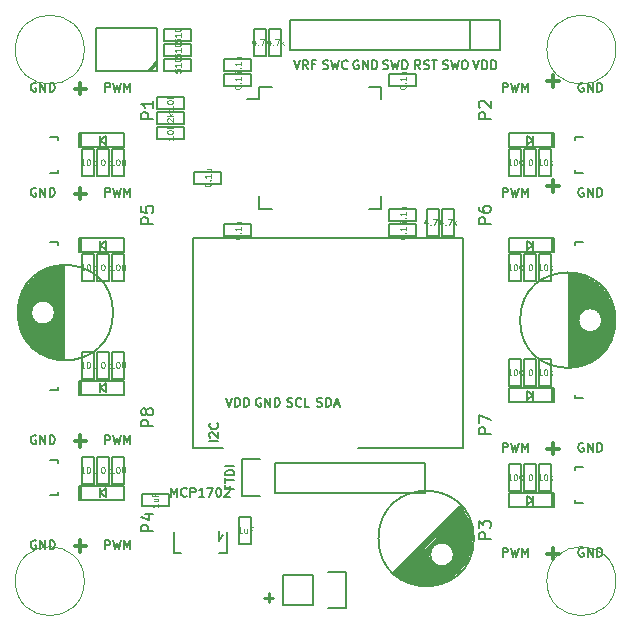
<source format=gto>
G04 #@! TF.FileFunction,Legend,Top*
%FSLAX46Y46*%
G04 Gerber Fmt 4.6, Leading zero omitted, Abs format (unit mm)*
G04 Created by KiCad (PCBNEW 4.0.2-stable) date Friday, March 18, 2016 'pmt' 12:09:26 pm*
%MOMM*%
G01*
G04 APERTURE LIST*
%ADD10C,0.100000*%
%ADD11C,0.150000*%
%ADD12C,0.152400*%
%ADD13C,0.050800*%
%ADD14C,0.300000*%
%ADD15C,0.190500*%
%ADD16C,0.254000*%
%ADD17C,0.114300*%
%ADD18C,0.317500*%
G04 APERTURE END LIST*
D10*
D11*
X68725000Y-41350000D02*
X68725000Y-42425000D01*
X79075000Y-41350000D02*
X79075000Y-42425000D01*
X79075000Y-51700000D02*
X79075000Y-50625000D01*
X68725000Y-51700000D02*
X68725000Y-50625000D01*
X68725000Y-41350000D02*
X69800000Y-41350000D01*
X68725000Y-51700000D02*
X69800000Y-51700000D01*
X79075000Y-51700000D02*
X78000000Y-51700000D01*
X79075000Y-41350000D02*
X78000000Y-41350000D01*
X68725000Y-42425000D02*
X67700000Y-42425000D01*
X86600000Y-35730000D02*
X89140000Y-35730000D01*
X89140000Y-35730000D02*
X89140000Y-38270000D01*
X89140000Y-38270000D02*
X86600000Y-38270000D01*
X71360000Y-38270000D02*
X71360000Y-35730000D01*
X71360000Y-35730000D02*
X86600000Y-35730000D01*
X86600000Y-35730000D02*
X86600000Y-38270000D01*
X86600000Y-38270000D02*
X71360000Y-38270000D01*
X85965000Y-71925000D02*
X85965000Y-54145000D01*
X63105000Y-54145000D02*
X63105000Y-71925000D01*
X63105000Y-54145000D02*
X85965000Y-54145000D01*
X63105000Y-71925000D02*
X65645000Y-71925000D01*
X85965000Y-71925000D02*
X77075000Y-71925000D01*
X73265000Y-85260000D02*
X70725000Y-85260000D01*
X76085000Y-85540000D02*
X74535000Y-85540000D01*
X73265000Y-85260000D02*
X73265000Y-82720000D01*
X74535000Y-82440000D02*
X76085000Y-82440000D01*
X76085000Y-82440000D02*
X76085000Y-85540000D01*
X73265000Y-82720000D02*
X70725000Y-82720000D01*
X70725000Y-82720000D02*
X70725000Y-85260000D01*
X70090000Y-73195000D02*
X82790000Y-73195000D01*
X82790000Y-73195000D02*
X82790000Y-75735000D01*
X82790000Y-75735000D02*
X70090000Y-75735000D01*
X67270000Y-72915000D02*
X68820000Y-72915000D01*
X70090000Y-73195000D02*
X70090000Y-75735000D01*
X68820000Y-76015000D02*
X67270000Y-76015000D01*
X67270000Y-76015000D02*
X67270000Y-72915000D01*
D12*
X65772000Y-39032000D02*
X65772000Y-40048000D01*
X65772000Y-40048000D02*
X68058000Y-40048000D01*
X68058000Y-40048000D02*
X68058000Y-39032000D01*
X68058000Y-39032000D02*
X65772000Y-39032000D01*
X65772000Y-53002000D02*
X65772000Y-54018000D01*
X65772000Y-54018000D02*
X68058000Y-54018000D01*
X68058000Y-54018000D02*
X68058000Y-53002000D01*
X68058000Y-53002000D02*
X65772000Y-53002000D01*
X82028000Y-41318000D02*
X82028000Y-40302000D01*
X82028000Y-40302000D02*
X79742000Y-40302000D01*
X79742000Y-40302000D02*
X79742000Y-41318000D01*
X79742000Y-41318000D02*
X82028000Y-41318000D01*
X65772000Y-40302000D02*
X65772000Y-41318000D01*
X65772000Y-41318000D02*
X68058000Y-41318000D01*
X68058000Y-41318000D02*
X68058000Y-40302000D01*
X68058000Y-40302000D02*
X65772000Y-40302000D01*
X63232000Y-48557000D02*
X63232000Y-49573000D01*
X63232000Y-49573000D02*
X65518000Y-49573000D01*
X65518000Y-49573000D02*
X65518000Y-48557000D01*
X65518000Y-48557000D02*
X63232000Y-48557000D01*
X60057000Y-43477000D02*
X60057000Y-44493000D01*
X60057000Y-44493000D02*
X62343000Y-44493000D01*
X62343000Y-44493000D02*
X62343000Y-43477000D01*
X62343000Y-43477000D02*
X60057000Y-43477000D01*
X62343000Y-45763000D02*
X62343000Y-44747000D01*
X62343000Y-44747000D02*
X60057000Y-44747000D01*
X60057000Y-44747000D02*
X60057000Y-45763000D01*
X60057000Y-45763000D02*
X62343000Y-45763000D01*
X62343000Y-43223000D02*
X62343000Y-42207000D01*
X62343000Y-42207000D02*
X60057000Y-42207000D01*
X60057000Y-42207000D02*
X60057000Y-43223000D01*
X60057000Y-43223000D02*
X62343000Y-43223000D01*
X82917000Y-54018000D02*
X83933000Y-54018000D01*
X83933000Y-54018000D02*
X83933000Y-51732000D01*
X83933000Y-51732000D02*
X82917000Y-51732000D01*
X82917000Y-51732000D02*
X82917000Y-54018000D01*
X84187000Y-54018000D02*
X85203000Y-54018000D01*
X85203000Y-54018000D02*
X85203000Y-51732000D01*
X85203000Y-51732000D02*
X84187000Y-51732000D01*
X84187000Y-51732000D02*
X84187000Y-54018000D01*
X60692000Y-36492000D02*
X60692000Y-37508000D01*
X60692000Y-37508000D02*
X62978000Y-37508000D01*
X62978000Y-37508000D02*
X62978000Y-36492000D01*
X62978000Y-36492000D02*
X60692000Y-36492000D01*
D11*
X60100000Y-39230000D02*
X59300000Y-40030000D01*
X59500000Y-40030000D02*
X60100000Y-39430000D01*
X54900000Y-40030000D02*
X54900000Y-36430000D01*
X54900000Y-36430000D02*
X60100000Y-36430000D01*
X60100000Y-36430000D02*
X60100000Y-40030000D01*
X60100000Y-40030000D02*
X54900000Y-40030000D01*
D12*
X60692000Y-37762000D02*
X60692000Y-38778000D01*
X60692000Y-38778000D02*
X62978000Y-38778000D01*
X62978000Y-38778000D02*
X62978000Y-37762000D01*
X62978000Y-37762000D02*
X60692000Y-37762000D01*
X60692000Y-39032000D02*
X60692000Y-40048000D01*
X60692000Y-40048000D02*
X62978000Y-40048000D01*
X62978000Y-40048000D02*
X62978000Y-39032000D01*
X62978000Y-39032000D02*
X60692000Y-39032000D01*
D13*
X53921000Y-38230000D02*
G75*
G03X53921000Y-38230000I-2921000J0D01*
G01*
X98921000Y-38230000D02*
G75*
G03X98921000Y-38230000I-2921000J0D01*
G01*
X98921000Y-83230000D02*
G75*
G03X98921000Y-83230000I-2921000J0D01*
G01*
X53921000Y-83230000D02*
G75*
G03X53921000Y-83230000I-2921000J0D01*
G01*
D14*
X53585000Y-46390000D02*
X53585000Y-45390000D01*
D11*
X53685000Y-46490000D02*
X53485000Y-46490000D01*
X53485000Y-46490000D02*
X53485000Y-45290000D01*
X53485000Y-45290000D02*
X53685000Y-45290000D01*
X57285000Y-46490000D02*
X53685000Y-46490000D01*
X53685000Y-45290000D02*
X57285000Y-45290000D01*
X57285000Y-45290000D02*
X57285000Y-46490000D01*
X55231000Y-46271000D02*
X55231000Y-45509000D01*
X55739000Y-46271000D02*
X55739000Y-45509000D01*
X55739000Y-45509000D02*
X55231000Y-45890000D01*
X55231000Y-45890000D02*
X55739000Y-46271000D01*
D14*
X93580000Y-45390000D02*
X93580000Y-46390000D01*
D11*
X93480000Y-45290000D02*
X93680000Y-45290000D01*
X93680000Y-45290000D02*
X93680000Y-46490000D01*
X93680000Y-46490000D02*
X93480000Y-46490000D01*
X89880000Y-45290000D02*
X93480000Y-45290000D01*
X93480000Y-46490000D02*
X89880000Y-46490000D01*
X89880000Y-46490000D02*
X89880000Y-45290000D01*
X91934000Y-45509000D02*
X91934000Y-46271000D01*
X91426000Y-45509000D02*
X91426000Y-46271000D01*
X91426000Y-46271000D02*
X91934000Y-45890000D01*
X91934000Y-45890000D02*
X91426000Y-45509000D01*
D14*
X93580000Y-75870000D02*
X93580000Y-76870000D01*
D11*
X93480000Y-75770000D02*
X93680000Y-75770000D01*
X93680000Y-75770000D02*
X93680000Y-76970000D01*
X93680000Y-76970000D02*
X93480000Y-76970000D01*
X89880000Y-75770000D02*
X93480000Y-75770000D01*
X93480000Y-76970000D02*
X89880000Y-76970000D01*
X89880000Y-76970000D02*
X89880000Y-75770000D01*
X91934000Y-75989000D02*
X91934000Y-76751000D01*
X91426000Y-75989000D02*
X91426000Y-76751000D01*
X91426000Y-76751000D02*
X91934000Y-76370000D01*
X91934000Y-76370000D02*
X91426000Y-75989000D01*
D14*
X53585000Y-76235000D02*
X53585000Y-75235000D01*
D11*
X53685000Y-76335000D02*
X53485000Y-76335000D01*
X53485000Y-76335000D02*
X53485000Y-75135000D01*
X53485000Y-75135000D02*
X53685000Y-75135000D01*
X57285000Y-76335000D02*
X53685000Y-76335000D01*
X53685000Y-75135000D02*
X57285000Y-75135000D01*
X57285000Y-75135000D02*
X57285000Y-76335000D01*
X55231000Y-76116000D02*
X55231000Y-75354000D01*
X55739000Y-76116000D02*
X55739000Y-75354000D01*
X55739000Y-75354000D02*
X55231000Y-75735000D01*
X55231000Y-75735000D02*
X55739000Y-76116000D01*
D14*
X53585000Y-55280000D02*
X53585000Y-54280000D01*
D11*
X53685000Y-55380000D02*
X53485000Y-55380000D01*
X53485000Y-55380000D02*
X53485000Y-54180000D01*
X53485000Y-54180000D02*
X53685000Y-54180000D01*
X57285000Y-55380000D02*
X53685000Y-55380000D01*
X53685000Y-54180000D02*
X57285000Y-54180000D01*
X57285000Y-54180000D02*
X57285000Y-55380000D01*
X55231000Y-55161000D02*
X55231000Y-54399000D01*
X55739000Y-55161000D02*
X55739000Y-54399000D01*
X55739000Y-54399000D02*
X55231000Y-54780000D01*
X55231000Y-54780000D02*
X55739000Y-55161000D01*
D14*
X93580000Y-54280000D02*
X93580000Y-55280000D01*
D11*
X93480000Y-54180000D02*
X93680000Y-54180000D01*
X93680000Y-54180000D02*
X93680000Y-55380000D01*
X93680000Y-55380000D02*
X93480000Y-55380000D01*
X89880000Y-54180000D02*
X93480000Y-54180000D01*
X93480000Y-55380000D02*
X89880000Y-55380000D01*
X89880000Y-55380000D02*
X89880000Y-54180000D01*
X91934000Y-54399000D02*
X91934000Y-55161000D01*
X91426000Y-54399000D02*
X91426000Y-55161000D01*
X91426000Y-55161000D02*
X91934000Y-54780000D01*
X91934000Y-54780000D02*
X91426000Y-54399000D01*
D14*
X93580000Y-66980000D02*
X93580000Y-67980000D01*
D11*
X93480000Y-66880000D02*
X93680000Y-66880000D01*
X93680000Y-66880000D02*
X93680000Y-68080000D01*
X93680000Y-68080000D02*
X93480000Y-68080000D01*
X89880000Y-66880000D02*
X93480000Y-66880000D01*
X93480000Y-68080000D02*
X89880000Y-68080000D01*
X89880000Y-68080000D02*
X89880000Y-66880000D01*
X91934000Y-67099000D02*
X91934000Y-67861000D01*
X91426000Y-67099000D02*
X91426000Y-67861000D01*
X91426000Y-67861000D02*
X91934000Y-67480000D01*
X91934000Y-67480000D02*
X91426000Y-67099000D01*
D14*
X53585000Y-67345000D02*
X53585000Y-66345000D01*
D11*
X53685000Y-67445000D02*
X53485000Y-67445000D01*
X53485000Y-67445000D02*
X53485000Y-66245000D01*
X53485000Y-66245000D02*
X53685000Y-66245000D01*
X57285000Y-67445000D02*
X53685000Y-67445000D01*
X53685000Y-66245000D02*
X57285000Y-66245000D01*
X57285000Y-66245000D02*
X57285000Y-67445000D01*
X55231000Y-67226000D02*
X55231000Y-66464000D01*
X55739000Y-67226000D02*
X55739000Y-66464000D01*
X55739000Y-66464000D02*
X55231000Y-66845000D01*
X55231000Y-66845000D02*
X55739000Y-67226000D01*
X51690240Y-48459160D02*
X51690240Y-48410900D01*
X50989200Y-45660180D02*
X51690240Y-45660180D01*
X51690240Y-45660180D02*
X51690240Y-45909100D01*
X51690240Y-48459160D02*
X51690240Y-48659820D01*
X51690240Y-48659820D02*
X50989200Y-48659820D01*
X95474760Y-45860840D02*
X95474760Y-45909100D01*
X96175800Y-48659820D02*
X95474760Y-48659820D01*
X95474760Y-48659820D02*
X95474760Y-48410900D01*
X95474760Y-45860840D02*
X95474760Y-45660180D01*
X95474760Y-45660180D02*
X96175800Y-45660180D01*
X95474760Y-73800840D02*
X95474760Y-73849100D01*
X96175800Y-76599820D02*
X95474760Y-76599820D01*
X95474760Y-76599820D02*
X95474760Y-76350900D01*
X95474760Y-73800840D02*
X95474760Y-73600180D01*
X95474760Y-73600180D02*
X96175800Y-73600180D01*
X51690240Y-75764160D02*
X51690240Y-75715900D01*
X50989200Y-72965180D02*
X51690240Y-72965180D01*
X51690240Y-72965180D02*
X51690240Y-73214100D01*
X51690240Y-75764160D02*
X51690240Y-75964820D01*
X51690240Y-75964820D02*
X50989200Y-75964820D01*
X51690240Y-57349160D02*
X51690240Y-57300900D01*
X50989200Y-54550180D02*
X51690240Y-54550180D01*
X51690240Y-54550180D02*
X51690240Y-54799100D01*
X51690240Y-57349160D02*
X51690240Y-57549820D01*
X51690240Y-57549820D02*
X50989200Y-57549820D01*
X95474760Y-54750840D02*
X95474760Y-54799100D01*
X96175800Y-57549820D02*
X95474760Y-57549820D01*
X95474760Y-57549820D02*
X95474760Y-57300900D01*
X95474760Y-54750840D02*
X95474760Y-54550180D01*
X95474760Y-54550180D02*
X96175800Y-54550180D01*
X95474760Y-64910840D02*
X95474760Y-64959100D01*
X96175800Y-67709820D02*
X95474760Y-67709820D01*
X95474760Y-67709820D02*
X95474760Y-67460900D01*
X95474760Y-64910840D02*
X95474760Y-64710180D01*
X95474760Y-64710180D02*
X96175800Y-64710180D01*
X51690240Y-66874160D02*
X51690240Y-66825900D01*
X50989200Y-64075180D02*
X51690240Y-64075180D01*
X51690240Y-64075180D02*
X51690240Y-64324100D01*
X51690240Y-66874160D02*
X51690240Y-67074820D01*
X51690240Y-67074820D02*
X50989200Y-67074820D01*
D12*
X57263000Y-46652000D02*
X56247000Y-46652000D01*
X56247000Y-46652000D02*
X56247000Y-48938000D01*
X56247000Y-48938000D02*
X57263000Y-48938000D01*
X57263000Y-48938000D02*
X57263000Y-46652000D01*
X90918000Y-46652000D02*
X89902000Y-46652000D01*
X89902000Y-46652000D02*
X89902000Y-48938000D01*
X89902000Y-48938000D02*
X90918000Y-48938000D01*
X90918000Y-48938000D02*
X90918000Y-46652000D01*
X54723000Y-46652000D02*
X53707000Y-46652000D01*
X53707000Y-46652000D02*
X53707000Y-48938000D01*
X53707000Y-48938000D02*
X54723000Y-48938000D01*
X54723000Y-48938000D02*
X54723000Y-46652000D01*
X54977000Y-48938000D02*
X55993000Y-48938000D01*
X55993000Y-48938000D02*
X55993000Y-46652000D01*
X55993000Y-46652000D02*
X54977000Y-46652000D01*
X54977000Y-46652000D02*
X54977000Y-48938000D01*
X91172000Y-48938000D02*
X92188000Y-48938000D01*
X92188000Y-48938000D02*
X92188000Y-46652000D01*
X92188000Y-46652000D02*
X91172000Y-46652000D01*
X91172000Y-46652000D02*
X91172000Y-48938000D01*
X93458000Y-46652000D02*
X92442000Y-46652000D01*
X92442000Y-46652000D02*
X92442000Y-48938000D01*
X92442000Y-48938000D02*
X93458000Y-48938000D01*
X93458000Y-48938000D02*
X93458000Y-46652000D01*
X89902000Y-75608000D02*
X90918000Y-75608000D01*
X90918000Y-75608000D02*
X90918000Y-73322000D01*
X90918000Y-73322000D02*
X89902000Y-73322000D01*
X89902000Y-73322000D02*
X89902000Y-75608000D01*
X56247000Y-74973000D02*
X57263000Y-74973000D01*
X57263000Y-74973000D02*
X57263000Y-72687000D01*
X57263000Y-72687000D02*
X56247000Y-72687000D01*
X56247000Y-72687000D02*
X56247000Y-74973000D01*
X92188000Y-73322000D02*
X91172000Y-73322000D01*
X91172000Y-73322000D02*
X91172000Y-75608000D01*
X91172000Y-75608000D02*
X92188000Y-75608000D01*
X92188000Y-75608000D02*
X92188000Y-73322000D01*
X92442000Y-75608000D02*
X93458000Y-75608000D01*
X93458000Y-75608000D02*
X93458000Y-73322000D01*
X93458000Y-73322000D02*
X92442000Y-73322000D01*
X92442000Y-73322000D02*
X92442000Y-75608000D01*
X55993000Y-72687000D02*
X54977000Y-72687000D01*
X54977000Y-72687000D02*
X54977000Y-74973000D01*
X54977000Y-74973000D02*
X55993000Y-74973000D01*
X55993000Y-74973000D02*
X55993000Y-72687000D01*
X53707000Y-74973000D02*
X54723000Y-74973000D01*
X54723000Y-74973000D02*
X54723000Y-72687000D01*
X54723000Y-72687000D02*
X53707000Y-72687000D01*
X53707000Y-72687000D02*
X53707000Y-74973000D01*
X57263000Y-55542000D02*
X56247000Y-55542000D01*
X56247000Y-55542000D02*
X56247000Y-57828000D01*
X56247000Y-57828000D02*
X57263000Y-57828000D01*
X57263000Y-57828000D02*
X57263000Y-55542000D01*
X90918000Y-55542000D02*
X89902000Y-55542000D01*
X89902000Y-55542000D02*
X89902000Y-57828000D01*
X89902000Y-57828000D02*
X90918000Y-57828000D01*
X90918000Y-57828000D02*
X90918000Y-55542000D01*
X54977000Y-57828000D02*
X55993000Y-57828000D01*
X55993000Y-57828000D02*
X55993000Y-55542000D01*
X55993000Y-55542000D02*
X54977000Y-55542000D01*
X54977000Y-55542000D02*
X54977000Y-57828000D01*
X54723000Y-55542000D02*
X53707000Y-55542000D01*
X53707000Y-55542000D02*
X53707000Y-57828000D01*
X53707000Y-57828000D02*
X54723000Y-57828000D01*
X54723000Y-57828000D02*
X54723000Y-55542000D01*
X91172000Y-57828000D02*
X92188000Y-57828000D01*
X92188000Y-57828000D02*
X92188000Y-55542000D01*
X92188000Y-55542000D02*
X91172000Y-55542000D01*
X91172000Y-55542000D02*
X91172000Y-57828000D01*
X93458000Y-55542000D02*
X92442000Y-55542000D01*
X92442000Y-55542000D02*
X92442000Y-57828000D01*
X92442000Y-57828000D02*
X93458000Y-57828000D01*
X93458000Y-57828000D02*
X93458000Y-55542000D01*
X89902000Y-66718000D02*
X90918000Y-66718000D01*
X90918000Y-66718000D02*
X90918000Y-64432000D01*
X90918000Y-64432000D02*
X89902000Y-64432000D01*
X89902000Y-64432000D02*
X89902000Y-66718000D01*
X56247000Y-66083000D02*
X57263000Y-66083000D01*
X57263000Y-66083000D02*
X57263000Y-63797000D01*
X57263000Y-63797000D02*
X56247000Y-63797000D01*
X56247000Y-63797000D02*
X56247000Y-66083000D01*
X92188000Y-64432000D02*
X91172000Y-64432000D01*
X91172000Y-64432000D02*
X91172000Y-66718000D01*
X91172000Y-66718000D02*
X92188000Y-66718000D01*
X92188000Y-66718000D02*
X92188000Y-64432000D01*
X92442000Y-66718000D02*
X93458000Y-66718000D01*
X93458000Y-66718000D02*
X93458000Y-64432000D01*
X93458000Y-64432000D02*
X92442000Y-64432000D01*
X92442000Y-64432000D02*
X92442000Y-66718000D01*
X55993000Y-63797000D02*
X54977000Y-63797000D01*
X54977000Y-63797000D02*
X54977000Y-66083000D01*
X54977000Y-66083000D02*
X55993000Y-66083000D01*
X55993000Y-66083000D02*
X55993000Y-63797000D01*
X53707000Y-66083000D02*
X54723000Y-66083000D01*
X54723000Y-66083000D02*
X54723000Y-63797000D01*
X54723000Y-63797000D02*
X53707000Y-63797000D01*
X53707000Y-63797000D02*
X53707000Y-66083000D01*
X82028000Y-52748000D02*
X82028000Y-51732000D01*
X82028000Y-51732000D02*
X79742000Y-51732000D01*
X79742000Y-51732000D02*
X79742000Y-52748000D01*
X79742000Y-52748000D02*
X82028000Y-52748000D01*
X79742000Y-53002000D02*
X79742000Y-54018000D01*
X79742000Y-54018000D02*
X82028000Y-54018000D01*
X82028000Y-54018000D02*
X82028000Y-53002000D01*
X82028000Y-53002000D02*
X79742000Y-53002000D01*
D11*
X65639920Y-79344340D02*
X65391000Y-79644060D01*
X65391000Y-79644060D02*
X65289400Y-79793920D01*
X65289400Y-79793920D02*
X65289400Y-78945560D01*
X65990440Y-80845480D02*
X65990440Y-79044620D01*
X65990440Y-80845480D02*
X65340200Y-80845480D01*
X61489560Y-80845480D02*
X61489560Y-79044620D01*
X61489560Y-80845480D02*
X62139800Y-80845480D01*
D12*
X67042000Y-80053000D02*
X68058000Y-80053000D01*
X68058000Y-80053000D02*
X68058000Y-77767000D01*
X68058000Y-77767000D02*
X67042000Y-77767000D01*
X67042000Y-77767000D02*
X67042000Y-80053000D01*
X61073000Y-76878000D02*
X61073000Y-75862000D01*
X61073000Y-75862000D02*
X58787000Y-75862000D01*
X58787000Y-75862000D02*
X58787000Y-76878000D01*
X58787000Y-76878000D02*
X61073000Y-76878000D01*
D11*
X85744256Y-76843816D02*
X80088816Y-82499256D01*
X85839715Y-76946346D02*
X80191346Y-82594715D01*
X85931639Y-77052412D02*
X80297412Y-82686639D01*
X86020028Y-77162014D02*
X80407014Y-82775028D01*
X86104880Y-77275151D02*
X80520151Y-82859880D01*
X86186198Y-77391824D02*
X80636824Y-82941198D01*
X86263979Y-77512032D02*
X83632835Y-80143176D01*
X83388176Y-80387835D02*
X80757032Y-83018979D01*
X86337519Y-77636483D02*
X83987803Y-79986198D01*
X83231198Y-80742803D02*
X80881483Y-83092519D01*
X86407522Y-77764469D02*
X84209834Y-79962157D01*
X83207157Y-80964834D02*
X81009469Y-83162522D01*
X86473990Y-77895991D02*
X84390854Y-79979127D01*
X83224127Y-81145854D02*
X81140991Y-83228990D01*
X86535508Y-78032462D02*
X84546417Y-80021554D01*
X83266554Y-81301417D02*
X81277462Y-83290508D01*
X86592784Y-78173177D02*
X84683596Y-80082365D01*
X83327365Y-81438596D02*
X81418177Y-83347784D01*
X86645817Y-78318134D02*
X84803804Y-80160147D01*
X83405147Y-81558804D02*
X81563134Y-83400817D01*
X86694607Y-78467333D02*
X84910577Y-80251363D01*
X83496363Y-81665577D02*
X81712333Y-83449607D01*
X86737741Y-78622189D02*
X85003208Y-80356722D01*
X83601722Y-81758208D02*
X81867189Y-83492741D01*
X86775218Y-78782703D02*
X85080990Y-80476931D01*
X83721931Y-81835990D02*
X82027703Y-83530218D01*
X86807037Y-78948873D02*
X85143922Y-80611988D01*
X83856988Y-81898922D02*
X82193873Y-83562037D01*
X86832493Y-79121407D02*
X85187763Y-80766137D01*
X84011137Y-81942763D02*
X82366407Y-83587493D01*
X86850878Y-79301012D02*
X85206855Y-80945035D01*
X84190035Y-81961855D02*
X82546012Y-83605878D01*
X86861485Y-79488395D02*
X85186349Y-81163531D01*
X84408531Y-81941349D02*
X82733395Y-83616485D01*
X86862899Y-79684971D02*
X85053413Y-81494457D01*
X84739457Y-81808413D02*
X82929971Y-83617899D01*
X86854414Y-79891446D02*
X83136446Y-83609414D01*
X86833200Y-80110649D02*
X83355649Y-83588200D01*
X86797138Y-80344702D02*
X83589702Y-83552138D01*
X86741984Y-80597846D02*
X83842846Y-83496984D01*
X86659959Y-80877860D02*
X84122860Y-83414959D01*
X86539044Y-81196765D02*
X84441765Y-83294044D01*
X86343882Y-81589917D02*
X84834917Y-83098882D01*
X85829816Y-82301973D02*
X85546973Y-82584816D01*
X85207006Y-80962006D02*
G75*
G03X85207006Y-80962006I-1000000J0D01*
G01*
X86901004Y-79618503D02*
G75*
G03X86901004Y-79618503I-4037501J0D01*
G01*
X52240000Y-64494000D02*
X52240000Y-56496000D01*
X52100000Y-64489000D02*
X52100000Y-56501000D01*
X51960000Y-64479000D02*
X51960000Y-56511000D01*
X51820000Y-64464000D02*
X51820000Y-56526000D01*
X51680000Y-64444000D02*
X51680000Y-56546000D01*
X51540000Y-64419000D02*
X51540000Y-56571000D01*
X51400000Y-64389000D02*
X51400000Y-60668000D01*
X51400000Y-60322000D02*
X51400000Y-56601000D01*
X51260000Y-64353000D02*
X51260000Y-61030000D01*
X51260000Y-59960000D02*
X51260000Y-56637000D01*
X51120000Y-64312000D02*
X51120000Y-61204000D01*
X51120000Y-59786000D02*
X51120000Y-56678000D01*
X50980000Y-64266000D02*
X50980000Y-61320000D01*
X50980000Y-59670000D02*
X50980000Y-56724000D01*
X50840000Y-64213000D02*
X50840000Y-61400000D01*
X50840000Y-59590000D02*
X50840000Y-56777000D01*
X50700000Y-64154000D02*
X50700000Y-61454000D01*
X50700000Y-59536000D02*
X50700000Y-56836000D01*
X50560000Y-64089000D02*
X50560000Y-61484000D01*
X50560000Y-59506000D02*
X50560000Y-56901000D01*
X50420000Y-64018000D02*
X50420000Y-61495000D01*
X50420000Y-59495000D02*
X50420000Y-56972000D01*
X50280000Y-63939000D02*
X50280000Y-61486000D01*
X50280000Y-59504000D02*
X50280000Y-57051000D01*
X50140000Y-63852000D02*
X50140000Y-61456000D01*
X50140000Y-59534000D02*
X50140000Y-57138000D01*
X50000000Y-63757000D02*
X50000000Y-61405000D01*
X50000000Y-59585000D02*
X50000000Y-57233000D01*
X49860000Y-63653000D02*
X49860000Y-61327000D01*
X49860000Y-59663000D02*
X49860000Y-57337000D01*
X49720000Y-63539000D02*
X49720000Y-61214000D01*
X49720000Y-59776000D02*
X49720000Y-57451000D01*
X49580000Y-63414000D02*
X49580000Y-61045000D01*
X49580000Y-59945000D02*
X49580000Y-57576000D01*
X49440000Y-63276000D02*
X49440000Y-60717000D01*
X49440000Y-60273000D02*
X49440000Y-57714000D01*
X49300000Y-63124000D02*
X49300000Y-57866000D01*
X49160000Y-62954000D02*
X49160000Y-58036000D01*
X49020000Y-62763000D02*
X49020000Y-58227000D01*
X48880000Y-62545000D02*
X48880000Y-58445000D01*
X48740000Y-62289000D02*
X48740000Y-58701000D01*
X48600000Y-61978000D02*
X48600000Y-59012000D01*
X48460000Y-61562000D02*
X48460000Y-59428000D01*
X48320000Y-60695000D02*
X48320000Y-60295000D01*
X51415000Y-60495000D02*
G75*
G03X51415000Y-60495000I-1000000J0D01*
G01*
X56352500Y-60495000D02*
G75*
G03X56352500Y-60495000I-4037500J0D01*
G01*
X94925000Y-57131000D02*
X94925000Y-65129000D01*
X95065000Y-57136000D02*
X95065000Y-65124000D01*
X95205000Y-57146000D02*
X95205000Y-65114000D01*
X95345000Y-57161000D02*
X95345000Y-65099000D01*
X95485000Y-57181000D02*
X95485000Y-65079000D01*
X95625000Y-57206000D02*
X95625000Y-65054000D01*
X95765000Y-57236000D02*
X95765000Y-60957000D01*
X95765000Y-61303000D02*
X95765000Y-65024000D01*
X95905000Y-57272000D02*
X95905000Y-60595000D01*
X95905000Y-61665000D02*
X95905000Y-64988000D01*
X96045000Y-57313000D02*
X96045000Y-60421000D01*
X96045000Y-61839000D02*
X96045000Y-64947000D01*
X96185000Y-57359000D02*
X96185000Y-60305000D01*
X96185000Y-61955000D02*
X96185000Y-64901000D01*
X96325000Y-57412000D02*
X96325000Y-60225000D01*
X96325000Y-62035000D02*
X96325000Y-64848000D01*
X96465000Y-57471000D02*
X96465000Y-60171000D01*
X96465000Y-62089000D02*
X96465000Y-64789000D01*
X96605000Y-57536000D02*
X96605000Y-60141000D01*
X96605000Y-62119000D02*
X96605000Y-64724000D01*
X96745000Y-57607000D02*
X96745000Y-60130000D01*
X96745000Y-62130000D02*
X96745000Y-64653000D01*
X96885000Y-57686000D02*
X96885000Y-60139000D01*
X96885000Y-62121000D02*
X96885000Y-64574000D01*
X97025000Y-57773000D02*
X97025000Y-60169000D01*
X97025000Y-62091000D02*
X97025000Y-64487000D01*
X97165000Y-57868000D02*
X97165000Y-60220000D01*
X97165000Y-62040000D02*
X97165000Y-64392000D01*
X97305000Y-57972000D02*
X97305000Y-60298000D01*
X97305000Y-61962000D02*
X97305000Y-64288000D01*
X97445000Y-58086000D02*
X97445000Y-60411000D01*
X97445000Y-61849000D02*
X97445000Y-64174000D01*
X97585000Y-58211000D02*
X97585000Y-60580000D01*
X97585000Y-61680000D02*
X97585000Y-64049000D01*
X97725000Y-58349000D02*
X97725000Y-60908000D01*
X97725000Y-61352000D02*
X97725000Y-63911000D01*
X97865000Y-58501000D02*
X97865000Y-63759000D01*
X98005000Y-58671000D02*
X98005000Y-63589000D01*
X98145000Y-58862000D02*
X98145000Y-63398000D01*
X98285000Y-59080000D02*
X98285000Y-63180000D01*
X98425000Y-59336000D02*
X98425000Y-62924000D01*
X98565000Y-59647000D02*
X98565000Y-62613000D01*
X98705000Y-60063000D02*
X98705000Y-62197000D01*
X98845000Y-60930000D02*
X98845000Y-61330000D01*
X97750000Y-61130000D02*
G75*
G03X97750000Y-61130000I-1000000J0D01*
G01*
X98887500Y-61130000D02*
G75*
G03X98887500Y-61130000I-4037500J0D01*
G01*
D12*
X68312000Y-38778000D02*
X69328000Y-38778000D01*
X69328000Y-38778000D02*
X69328000Y-36492000D01*
X69328000Y-36492000D02*
X68312000Y-36492000D01*
X68312000Y-36492000D02*
X68312000Y-38778000D01*
X69582000Y-38778000D02*
X70598000Y-38778000D01*
X70598000Y-38778000D02*
X70598000Y-36492000D01*
X70598000Y-36492000D02*
X69582000Y-36492000D01*
X69582000Y-36492000D02*
X69582000Y-38778000D01*
D15*
X71668428Y-39122714D02*
X71922428Y-39884714D01*
X72176428Y-39122714D01*
X72865857Y-39884714D02*
X72611857Y-39521857D01*
X72430429Y-39884714D02*
X72430429Y-39122714D01*
X72720714Y-39122714D01*
X72793286Y-39159000D01*
X72829571Y-39195286D01*
X72865857Y-39267857D01*
X72865857Y-39376714D01*
X72829571Y-39449286D01*
X72793286Y-39485571D01*
X72720714Y-39521857D01*
X72430429Y-39521857D01*
X73446429Y-39485571D02*
X73192429Y-39485571D01*
X73192429Y-39884714D02*
X73192429Y-39122714D01*
X73555286Y-39122714D01*
X74135858Y-39848429D02*
X74244715Y-39884714D01*
X74426144Y-39884714D01*
X74498715Y-39848429D01*
X74535001Y-39812143D01*
X74571286Y-39739571D01*
X74571286Y-39667000D01*
X74535001Y-39594429D01*
X74498715Y-39558143D01*
X74426144Y-39521857D01*
X74281001Y-39485571D01*
X74208429Y-39449286D01*
X74172144Y-39413000D01*
X74135858Y-39340429D01*
X74135858Y-39267857D01*
X74172144Y-39195286D01*
X74208429Y-39159000D01*
X74281001Y-39122714D01*
X74462429Y-39122714D01*
X74571286Y-39159000D01*
X74825286Y-39122714D02*
X75006715Y-39884714D01*
X75151858Y-39340429D01*
X75297000Y-39884714D01*
X75478429Y-39122714D01*
X76204143Y-39812143D02*
X76167857Y-39848429D01*
X76059000Y-39884714D01*
X75986429Y-39884714D01*
X75877572Y-39848429D01*
X75805000Y-39775857D01*
X75768715Y-39703286D01*
X75732429Y-39558143D01*
X75732429Y-39449286D01*
X75768715Y-39304143D01*
X75805000Y-39231571D01*
X75877572Y-39159000D01*
X75986429Y-39122714D01*
X76059000Y-39122714D01*
X76167857Y-39159000D01*
X76204143Y-39195286D01*
X77129428Y-39159000D02*
X77056857Y-39122714D01*
X76948000Y-39122714D01*
X76839143Y-39159000D01*
X76766571Y-39231571D01*
X76730286Y-39304143D01*
X76694000Y-39449286D01*
X76694000Y-39558143D01*
X76730286Y-39703286D01*
X76766571Y-39775857D01*
X76839143Y-39848429D01*
X76948000Y-39884714D01*
X77020571Y-39884714D01*
X77129428Y-39848429D01*
X77165714Y-39812143D01*
X77165714Y-39558143D01*
X77020571Y-39558143D01*
X77492286Y-39884714D02*
X77492286Y-39122714D01*
X77927714Y-39884714D01*
X77927714Y-39122714D01*
X78290572Y-39884714D02*
X78290572Y-39122714D01*
X78472000Y-39122714D01*
X78580857Y-39159000D01*
X78653429Y-39231571D01*
X78689714Y-39304143D01*
X78726000Y-39449286D01*
X78726000Y-39558143D01*
X78689714Y-39703286D01*
X78653429Y-39775857D01*
X78580857Y-39848429D01*
X78472000Y-39884714D01*
X78290572Y-39884714D01*
X79215858Y-39848429D02*
X79324715Y-39884714D01*
X79506144Y-39884714D01*
X79578715Y-39848429D01*
X79615001Y-39812143D01*
X79651286Y-39739571D01*
X79651286Y-39667000D01*
X79615001Y-39594429D01*
X79578715Y-39558143D01*
X79506144Y-39521857D01*
X79361001Y-39485571D01*
X79288429Y-39449286D01*
X79252144Y-39413000D01*
X79215858Y-39340429D01*
X79215858Y-39267857D01*
X79252144Y-39195286D01*
X79288429Y-39159000D01*
X79361001Y-39122714D01*
X79542429Y-39122714D01*
X79651286Y-39159000D01*
X79905286Y-39122714D02*
X80086715Y-39884714D01*
X80231858Y-39340429D01*
X80377000Y-39884714D01*
X80558429Y-39122714D01*
X80848715Y-39884714D02*
X80848715Y-39122714D01*
X81030143Y-39122714D01*
X81139000Y-39159000D01*
X81211572Y-39231571D01*
X81247857Y-39304143D01*
X81284143Y-39449286D01*
X81284143Y-39558143D01*
X81247857Y-39703286D01*
X81211572Y-39775857D01*
X81139000Y-39848429D01*
X81030143Y-39884714D01*
X80848715Y-39884714D01*
X82372715Y-39884714D02*
X82118715Y-39521857D01*
X81937287Y-39884714D02*
X81937287Y-39122714D01*
X82227572Y-39122714D01*
X82300144Y-39159000D01*
X82336429Y-39195286D01*
X82372715Y-39267857D01*
X82372715Y-39376714D01*
X82336429Y-39449286D01*
X82300144Y-39485571D01*
X82227572Y-39521857D01*
X81937287Y-39521857D01*
X82663001Y-39848429D02*
X82771858Y-39884714D01*
X82953287Y-39884714D01*
X83025858Y-39848429D01*
X83062144Y-39812143D01*
X83098429Y-39739571D01*
X83098429Y-39667000D01*
X83062144Y-39594429D01*
X83025858Y-39558143D01*
X82953287Y-39521857D01*
X82808144Y-39485571D01*
X82735572Y-39449286D01*
X82699287Y-39413000D01*
X82663001Y-39340429D01*
X82663001Y-39267857D01*
X82699287Y-39195286D01*
X82735572Y-39159000D01*
X82808144Y-39122714D01*
X82989572Y-39122714D01*
X83098429Y-39159000D01*
X83316143Y-39122714D02*
X83751572Y-39122714D01*
X83533858Y-39884714D02*
X83533858Y-39122714D01*
X84277715Y-39848429D02*
X84386572Y-39884714D01*
X84568001Y-39884714D01*
X84640572Y-39848429D01*
X84676858Y-39812143D01*
X84713143Y-39739571D01*
X84713143Y-39667000D01*
X84676858Y-39594429D01*
X84640572Y-39558143D01*
X84568001Y-39521857D01*
X84422858Y-39485571D01*
X84350286Y-39449286D01*
X84314001Y-39413000D01*
X84277715Y-39340429D01*
X84277715Y-39267857D01*
X84314001Y-39195286D01*
X84350286Y-39159000D01*
X84422858Y-39122714D01*
X84604286Y-39122714D01*
X84713143Y-39159000D01*
X84967143Y-39122714D02*
X85148572Y-39884714D01*
X85293715Y-39340429D01*
X85438857Y-39884714D01*
X85620286Y-39122714D01*
X86055714Y-39122714D02*
X86200857Y-39122714D01*
X86273429Y-39159000D01*
X86346000Y-39231571D01*
X86382286Y-39376714D01*
X86382286Y-39630714D01*
X86346000Y-39775857D01*
X86273429Y-39848429D01*
X86200857Y-39884714D01*
X86055714Y-39884714D01*
X85983143Y-39848429D01*
X85910572Y-39775857D01*
X85874286Y-39630714D01*
X85874286Y-39376714D01*
X85910572Y-39231571D01*
X85983143Y-39159000D01*
X86055714Y-39122714D01*
X86854000Y-39122714D02*
X87108000Y-39884714D01*
X87362000Y-39122714D01*
X87616001Y-39884714D02*
X87616001Y-39122714D01*
X87797429Y-39122714D01*
X87906286Y-39159000D01*
X87978858Y-39231571D01*
X88015143Y-39304143D01*
X88051429Y-39449286D01*
X88051429Y-39558143D01*
X88015143Y-39703286D01*
X87978858Y-39775857D01*
X87906286Y-39848429D01*
X87797429Y-39884714D01*
X87616001Y-39884714D01*
X88378001Y-39884714D02*
X88378001Y-39122714D01*
X88559429Y-39122714D01*
X88668286Y-39159000D01*
X88740858Y-39231571D01*
X88777143Y-39304143D01*
X88813429Y-39449286D01*
X88813429Y-39558143D01*
X88777143Y-39703286D01*
X88740858Y-39775857D01*
X88668286Y-39848429D01*
X88559429Y-39884714D01*
X88378001Y-39884714D01*
X65259714Y-71398856D02*
X64497714Y-71398856D01*
X64570286Y-71072285D02*
X64534000Y-71035999D01*
X64497714Y-70963428D01*
X64497714Y-70781999D01*
X64534000Y-70709428D01*
X64570286Y-70673142D01*
X64642857Y-70636857D01*
X64715429Y-70636857D01*
X64824286Y-70673142D01*
X65259714Y-71108571D01*
X65259714Y-70636857D01*
X65187143Y-69874857D02*
X65223429Y-69911143D01*
X65259714Y-70020000D01*
X65259714Y-70092571D01*
X65223429Y-70201428D01*
X65150857Y-70274000D01*
X65078286Y-70310285D01*
X64933143Y-70346571D01*
X64824286Y-70346571D01*
X64679143Y-70310285D01*
X64606571Y-70274000D01*
X64534000Y-70201428D01*
X64497714Y-70092571D01*
X64497714Y-70020000D01*
X64534000Y-69911143D01*
X64570286Y-69874857D01*
X71087858Y-68423429D02*
X71196715Y-68459714D01*
X71378144Y-68459714D01*
X71450715Y-68423429D01*
X71487001Y-68387143D01*
X71523286Y-68314571D01*
X71523286Y-68242000D01*
X71487001Y-68169429D01*
X71450715Y-68133143D01*
X71378144Y-68096857D01*
X71233001Y-68060571D01*
X71160429Y-68024286D01*
X71124144Y-67988000D01*
X71087858Y-67915429D01*
X71087858Y-67842857D01*
X71124144Y-67770286D01*
X71160429Y-67734000D01*
X71233001Y-67697714D01*
X71414429Y-67697714D01*
X71523286Y-67734000D01*
X72285286Y-68387143D02*
X72249000Y-68423429D01*
X72140143Y-68459714D01*
X72067572Y-68459714D01*
X71958715Y-68423429D01*
X71886143Y-68350857D01*
X71849858Y-68278286D01*
X71813572Y-68133143D01*
X71813572Y-68024286D01*
X71849858Y-67879143D01*
X71886143Y-67806571D01*
X71958715Y-67734000D01*
X72067572Y-67697714D01*
X72140143Y-67697714D01*
X72249000Y-67734000D01*
X72285286Y-67770286D01*
X72974715Y-68459714D02*
X72611858Y-68459714D01*
X72611858Y-67697714D01*
X73609715Y-68423429D02*
X73718572Y-68459714D01*
X73900001Y-68459714D01*
X73972572Y-68423429D01*
X74008858Y-68387143D01*
X74045143Y-68314571D01*
X74045143Y-68242000D01*
X74008858Y-68169429D01*
X73972572Y-68133143D01*
X73900001Y-68096857D01*
X73754858Y-68060571D01*
X73682286Y-68024286D01*
X73646001Y-67988000D01*
X73609715Y-67915429D01*
X73609715Y-67842857D01*
X73646001Y-67770286D01*
X73682286Y-67734000D01*
X73754858Y-67697714D01*
X73936286Y-67697714D01*
X74045143Y-67734000D01*
X74371715Y-68459714D02*
X74371715Y-67697714D01*
X74553143Y-67697714D01*
X74662000Y-67734000D01*
X74734572Y-67806571D01*
X74770857Y-67879143D01*
X74807143Y-68024286D01*
X74807143Y-68133143D01*
X74770857Y-68278286D01*
X74734572Y-68350857D01*
X74662000Y-68423429D01*
X74553143Y-68459714D01*
X74371715Y-68459714D01*
X75097429Y-68242000D02*
X75460286Y-68242000D01*
X75024857Y-68459714D02*
X75278857Y-67697714D01*
X75532857Y-68459714D01*
X68874428Y-67734000D02*
X68801857Y-67697714D01*
X68693000Y-67697714D01*
X68584143Y-67734000D01*
X68511571Y-67806571D01*
X68475286Y-67879143D01*
X68439000Y-68024286D01*
X68439000Y-68133143D01*
X68475286Y-68278286D01*
X68511571Y-68350857D01*
X68584143Y-68423429D01*
X68693000Y-68459714D01*
X68765571Y-68459714D01*
X68874428Y-68423429D01*
X68910714Y-68387143D01*
X68910714Y-68133143D01*
X68765571Y-68133143D01*
X69237286Y-68459714D02*
X69237286Y-67697714D01*
X69672714Y-68459714D01*
X69672714Y-67697714D01*
X70035572Y-68459714D02*
X70035572Y-67697714D01*
X70217000Y-67697714D01*
X70325857Y-67734000D01*
X70398429Y-67806571D01*
X70434714Y-67879143D01*
X70471000Y-68024286D01*
X70471000Y-68133143D01*
X70434714Y-68278286D01*
X70398429Y-68350857D01*
X70325857Y-68423429D01*
X70217000Y-68459714D01*
X70035572Y-68459714D01*
X65899000Y-67697714D02*
X66153000Y-68459714D01*
X66407000Y-67697714D01*
X66661001Y-68459714D02*
X66661001Y-67697714D01*
X66842429Y-67697714D01*
X66951286Y-67734000D01*
X67023858Y-67806571D01*
X67060143Y-67879143D01*
X67096429Y-68024286D01*
X67096429Y-68133143D01*
X67060143Y-68278286D01*
X67023858Y-68350857D01*
X66951286Y-68423429D01*
X66842429Y-68459714D01*
X66661001Y-68459714D01*
X67423001Y-68459714D02*
X67423001Y-67697714D01*
X67604429Y-67697714D01*
X67713286Y-67734000D01*
X67785858Y-67806571D01*
X67822143Y-67879143D01*
X67858429Y-68024286D01*
X67858429Y-68133143D01*
X67822143Y-68278286D01*
X67785858Y-68350857D01*
X67713286Y-68423429D01*
X67604429Y-68459714D01*
X67423001Y-68459714D01*
D16*
X69527571Y-85012047D02*
X69527571Y-84237952D01*
X69914619Y-84625000D02*
X69140524Y-84625000D01*
D15*
X66225571Y-75208856D02*
X66225571Y-75462856D01*
X66624714Y-75462856D02*
X65862714Y-75462856D01*
X65862714Y-75099999D01*
X65862714Y-74918571D02*
X65862714Y-74483142D01*
X66624714Y-74700856D02*
X65862714Y-74700856D01*
X66624714Y-74229142D02*
X65862714Y-74229142D01*
X65862714Y-74047714D01*
X65899000Y-73938857D01*
X65971571Y-73866285D01*
X66044143Y-73830000D01*
X66189286Y-73793714D01*
X66298143Y-73793714D01*
X66443286Y-73830000D01*
X66515857Y-73866285D01*
X66588429Y-73938857D01*
X66624714Y-74047714D01*
X66624714Y-74229142D01*
X66624714Y-73467142D02*
X65862714Y-73467142D01*
D17*
X66636810Y-40156858D02*
X66636810Y-40108477D01*
X66661000Y-40060096D01*
X66685190Y-40035905D01*
X66733571Y-40011715D01*
X66830333Y-39987524D01*
X66951286Y-39987524D01*
X67048048Y-40011715D01*
X67096429Y-40035905D01*
X67120619Y-40060096D01*
X67144810Y-40108477D01*
X67144810Y-40156858D01*
X67120619Y-40205239D01*
X67096429Y-40229429D01*
X67048048Y-40253620D01*
X66951286Y-40277810D01*
X66830333Y-40277810D01*
X66733571Y-40253620D01*
X66685190Y-40229429D01*
X66661000Y-40205239D01*
X66636810Y-40156858D01*
X67096429Y-39769810D02*
X67120619Y-39745619D01*
X67144810Y-39769810D01*
X67120619Y-39794000D01*
X67096429Y-39769810D01*
X67144810Y-39769810D01*
X67144810Y-39261809D02*
X67144810Y-39552095D01*
X67144810Y-39406952D02*
X66636810Y-39406952D01*
X66709381Y-39455333D01*
X66757762Y-39503714D01*
X66781952Y-39552095D01*
X66806143Y-38826380D02*
X67144810Y-38826380D01*
X66806143Y-39044095D02*
X67072238Y-39044095D01*
X67120619Y-39019904D01*
X67144810Y-38971523D01*
X67144810Y-38898952D01*
X67120619Y-38850571D01*
X67096429Y-38826380D01*
X66636810Y-54126858D02*
X66636810Y-54078477D01*
X66661000Y-54030096D01*
X66685190Y-54005905D01*
X66733571Y-53981715D01*
X66830333Y-53957524D01*
X66951286Y-53957524D01*
X67048048Y-53981715D01*
X67096429Y-54005905D01*
X67120619Y-54030096D01*
X67144810Y-54078477D01*
X67144810Y-54126858D01*
X67120619Y-54175239D01*
X67096429Y-54199429D01*
X67048048Y-54223620D01*
X66951286Y-54247810D01*
X66830333Y-54247810D01*
X66733571Y-54223620D01*
X66685190Y-54199429D01*
X66661000Y-54175239D01*
X66636810Y-54126858D01*
X67096429Y-53739810D02*
X67120619Y-53715619D01*
X67144810Y-53739810D01*
X67120619Y-53764000D01*
X67096429Y-53739810D01*
X67144810Y-53739810D01*
X67144810Y-53231809D02*
X67144810Y-53522095D01*
X67144810Y-53376952D02*
X66636810Y-53376952D01*
X66709381Y-53425333D01*
X66757762Y-53473714D01*
X66781952Y-53522095D01*
X66806143Y-52796380D02*
X67144810Y-52796380D01*
X66806143Y-53014095D02*
X67072238Y-53014095D01*
X67120619Y-52989904D01*
X67144810Y-52941523D01*
X67144810Y-52868952D01*
X67120619Y-52820571D01*
X67096429Y-52796380D01*
X80606810Y-41426858D02*
X80606810Y-41378477D01*
X80631000Y-41330096D01*
X80655190Y-41305905D01*
X80703571Y-41281715D01*
X80800333Y-41257524D01*
X80921286Y-41257524D01*
X81018048Y-41281715D01*
X81066429Y-41305905D01*
X81090619Y-41330096D01*
X81114810Y-41378477D01*
X81114810Y-41426858D01*
X81090619Y-41475239D01*
X81066429Y-41499429D01*
X81018048Y-41523620D01*
X80921286Y-41547810D01*
X80800333Y-41547810D01*
X80703571Y-41523620D01*
X80655190Y-41499429D01*
X80631000Y-41475239D01*
X80606810Y-41426858D01*
X81066429Y-41039810D02*
X81090619Y-41015619D01*
X81114810Y-41039810D01*
X81090619Y-41064000D01*
X81066429Y-41039810D01*
X81114810Y-41039810D01*
X81114810Y-40531809D02*
X81114810Y-40822095D01*
X81114810Y-40676952D02*
X80606810Y-40676952D01*
X80679381Y-40725333D01*
X80727762Y-40773714D01*
X80751952Y-40822095D01*
X80776143Y-40096380D02*
X81114810Y-40096380D01*
X80776143Y-40314095D02*
X81042238Y-40314095D01*
X81090619Y-40289904D01*
X81114810Y-40241523D01*
X81114810Y-40168952D01*
X81090619Y-40120571D01*
X81066429Y-40096380D01*
X66636810Y-41426858D02*
X66636810Y-41378477D01*
X66661000Y-41330096D01*
X66685190Y-41305905D01*
X66733571Y-41281715D01*
X66830333Y-41257524D01*
X66951286Y-41257524D01*
X67048048Y-41281715D01*
X67096429Y-41305905D01*
X67120619Y-41330096D01*
X67144810Y-41378477D01*
X67144810Y-41426858D01*
X67120619Y-41475239D01*
X67096429Y-41499429D01*
X67048048Y-41523620D01*
X66951286Y-41547810D01*
X66830333Y-41547810D01*
X66733571Y-41523620D01*
X66685190Y-41499429D01*
X66661000Y-41475239D01*
X66636810Y-41426858D01*
X67096429Y-41039810D02*
X67120619Y-41015619D01*
X67144810Y-41039810D01*
X67120619Y-41064000D01*
X67096429Y-41039810D01*
X67144810Y-41039810D01*
X67144810Y-40531809D02*
X67144810Y-40822095D01*
X67144810Y-40676952D02*
X66636810Y-40676952D01*
X66709381Y-40725333D01*
X66757762Y-40773714D01*
X66781952Y-40822095D01*
X66806143Y-40096380D02*
X67144810Y-40096380D01*
X66806143Y-40314095D02*
X67072238Y-40314095D01*
X67120619Y-40289904D01*
X67144810Y-40241523D01*
X67144810Y-40168952D01*
X67120619Y-40120571D01*
X67096429Y-40096380D01*
X64096810Y-49681858D02*
X64096810Y-49633477D01*
X64121000Y-49585096D01*
X64145190Y-49560905D01*
X64193571Y-49536715D01*
X64290333Y-49512524D01*
X64411286Y-49512524D01*
X64508048Y-49536715D01*
X64556429Y-49560905D01*
X64580619Y-49585096D01*
X64604810Y-49633477D01*
X64604810Y-49681858D01*
X64580619Y-49730239D01*
X64556429Y-49754429D01*
X64508048Y-49778620D01*
X64411286Y-49802810D01*
X64290333Y-49802810D01*
X64193571Y-49778620D01*
X64145190Y-49754429D01*
X64121000Y-49730239D01*
X64096810Y-49681858D01*
X64556429Y-49294810D02*
X64580619Y-49270619D01*
X64604810Y-49294810D01*
X64580619Y-49319000D01*
X64556429Y-49294810D01*
X64604810Y-49294810D01*
X64604810Y-48786809D02*
X64604810Y-49077095D01*
X64604810Y-48931952D02*
X64096810Y-48931952D01*
X64169381Y-48980333D01*
X64217762Y-49028714D01*
X64241952Y-49077095D01*
X64266143Y-48351380D02*
X64604810Y-48351380D01*
X64266143Y-48569095D02*
X64532238Y-48569095D01*
X64580619Y-48544904D01*
X64604810Y-48496523D01*
X64604810Y-48423952D01*
X64580619Y-48375571D01*
X64556429Y-48351380D01*
X60970190Y-44335762D02*
X60946000Y-44311572D01*
X60921810Y-44263191D01*
X60921810Y-44142238D01*
X60946000Y-44093857D01*
X60970190Y-44069667D01*
X61018571Y-44045476D01*
X61066952Y-44045476D01*
X61139524Y-44069667D01*
X61429810Y-44359953D01*
X61429810Y-44045476D01*
X61429810Y-43827762D02*
X60921810Y-43827762D01*
X61236286Y-43779381D02*
X61429810Y-43634238D01*
X61091143Y-43634238D02*
X61284667Y-43827762D01*
X61429810Y-45557381D02*
X61429810Y-45847667D01*
X61429810Y-45702524D02*
X60921810Y-45702524D01*
X60994381Y-45750905D01*
X61042762Y-45799286D01*
X61066952Y-45847667D01*
X60921810Y-45242905D02*
X60921810Y-45194524D01*
X60946000Y-45146143D01*
X60970190Y-45121952D01*
X61018571Y-45097762D01*
X61115333Y-45073571D01*
X61236286Y-45073571D01*
X61333048Y-45097762D01*
X61381429Y-45121952D01*
X61405619Y-45146143D01*
X61429810Y-45194524D01*
X61429810Y-45242905D01*
X61405619Y-45291286D01*
X61381429Y-45315476D01*
X61333048Y-45339667D01*
X61236286Y-45363857D01*
X61115333Y-45363857D01*
X61018571Y-45339667D01*
X60970190Y-45315476D01*
X60946000Y-45291286D01*
X60921810Y-45242905D01*
X61429810Y-44855857D02*
X60921810Y-44855857D01*
X61236286Y-44807476D02*
X61429810Y-44662333D01*
X61091143Y-44662333D02*
X61284667Y-44855857D01*
X61429810Y-43017381D02*
X61429810Y-43307667D01*
X61429810Y-43162524D02*
X60921810Y-43162524D01*
X60994381Y-43210905D01*
X61042762Y-43259286D01*
X61066952Y-43307667D01*
X60921810Y-42702905D02*
X60921810Y-42654524D01*
X60946000Y-42606143D01*
X60970190Y-42581952D01*
X61018571Y-42557762D01*
X61115333Y-42533571D01*
X61236286Y-42533571D01*
X61333048Y-42557762D01*
X61381429Y-42581952D01*
X61405619Y-42606143D01*
X61429810Y-42654524D01*
X61429810Y-42702905D01*
X61405619Y-42751286D01*
X61381429Y-42775476D01*
X61333048Y-42799667D01*
X61236286Y-42823857D01*
X61115333Y-42823857D01*
X61018571Y-42799667D01*
X60970190Y-42775476D01*
X60946000Y-42751286D01*
X60921810Y-42702905D01*
X61429810Y-42315857D02*
X60921810Y-42315857D01*
X61236286Y-42267476D02*
X61429810Y-42122333D01*
X61091143Y-42122333D02*
X61284667Y-42315857D01*
X82953286Y-52766143D02*
X82953286Y-53104810D01*
X82832333Y-52572619D02*
X82711381Y-52935476D01*
X83025857Y-52935476D01*
X83219381Y-53056429D02*
X83243572Y-53080619D01*
X83219381Y-53104810D01*
X83195191Y-53080619D01*
X83219381Y-53056429D01*
X83219381Y-53104810D01*
X83412905Y-52596810D02*
X83751572Y-52596810D01*
X83533858Y-53104810D01*
X83945096Y-53104810D02*
X83945096Y-52596810D01*
X83993477Y-52911286D02*
X84138620Y-53104810D01*
X84138620Y-52766143D02*
X83945096Y-52959667D01*
X84223286Y-52766143D02*
X84223286Y-53104810D01*
X84102333Y-52572619D02*
X83981381Y-52935476D01*
X84295857Y-52935476D01*
X84489381Y-53056429D02*
X84513572Y-53080619D01*
X84489381Y-53104810D01*
X84465191Y-53080619D01*
X84489381Y-53056429D01*
X84489381Y-53104810D01*
X84682905Y-52596810D02*
X85021572Y-52596810D01*
X84803858Y-53104810D01*
X85215096Y-53104810D02*
X85215096Y-52596810D01*
X85263477Y-52911286D02*
X85408620Y-53104810D01*
X85408620Y-52766143D02*
X85215096Y-52959667D01*
X61556810Y-37362858D02*
X61556810Y-37604763D01*
X61798714Y-37628953D01*
X61774524Y-37604763D01*
X61750333Y-37556382D01*
X61750333Y-37435429D01*
X61774524Y-37387048D01*
X61798714Y-37362858D01*
X61847095Y-37338667D01*
X61968048Y-37338667D01*
X62016429Y-37362858D01*
X62040619Y-37387048D01*
X62064810Y-37435429D01*
X62064810Y-37556382D01*
X62040619Y-37604763D01*
X62016429Y-37628953D01*
X62064810Y-36854857D02*
X62064810Y-37145143D01*
X62064810Y-37000000D02*
X61556810Y-37000000D01*
X61629381Y-37048381D01*
X61677762Y-37096762D01*
X61701952Y-37145143D01*
X61556810Y-36540381D02*
X61556810Y-36492000D01*
X61581000Y-36443619D01*
X61605190Y-36419428D01*
X61653571Y-36395238D01*
X61750333Y-36371047D01*
X61871286Y-36371047D01*
X61968048Y-36395238D01*
X62016429Y-36419428D01*
X62040619Y-36443619D01*
X62064810Y-36492000D01*
X62064810Y-36540381D01*
X62040619Y-36588762D01*
X62016429Y-36612952D01*
X61968048Y-36637143D01*
X61871286Y-36661333D01*
X61750333Y-36661333D01*
X61653571Y-36637143D01*
X61605190Y-36612952D01*
X61581000Y-36588762D01*
X61556810Y-36540381D01*
X61556810Y-38632858D02*
X61556810Y-38874763D01*
X61798714Y-38898953D01*
X61774524Y-38874763D01*
X61750333Y-38826382D01*
X61750333Y-38705429D01*
X61774524Y-38657048D01*
X61798714Y-38632858D01*
X61847095Y-38608667D01*
X61968048Y-38608667D01*
X62016429Y-38632858D01*
X62040619Y-38657048D01*
X62064810Y-38705429D01*
X62064810Y-38826382D01*
X62040619Y-38874763D01*
X62016429Y-38898953D01*
X62064810Y-38124857D02*
X62064810Y-38415143D01*
X62064810Y-38270000D02*
X61556810Y-38270000D01*
X61629381Y-38318381D01*
X61677762Y-38366762D01*
X61701952Y-38415143D01*
X61556810Y-37810381D02*
X61556810Y-37762000D01*
X61581000Y-37713619D01*
X61605190Y-37689428D01*
X61653571Y-37665238D01*
X61750333Y-37641047D01*
X61871286Y-37641047D01*
X61968048Y-37665238D01*
X62016429Y-37689428D01*
X62040619Y-37713619D01*
X62064810Y-37762000D01*
X62064810Y-37810381D01*
X62040619Y-37858762D01*
X62016429Y-37882952D01*
X61968048Y-37907143D01*
X61871286Y-37931333D01*
X61750333Y-37931333D01*
X61653571Y-37907143D01*
X61605190Y-37882952D01*
X61581000Y-37858762D01*
X61556810Y-37810381D01*
X61556810Y-39902858D02*
X61556810Y-40144763D01*
X61798714Y-40168953D01*
X61774524Y-40144763D01*
X61750333Y-40096382D01*
X61750333Y-39975429D01*
X61774524Y-39927048D01*
X61798714Y-39902858D01*
X61847095Y-39878667D01*
X61968048Y-39878667D01*
X62016429Y-39902858D01*
X62040619Y-39927048D01*
X62064810Y-39975429D01*
X62064810Y-40096382D01*
X62040619Y-40144763D01*
X62016429Y-40168953D01*
X62064810Y-39394857D02*
X62064810Y-39685143D01*
X62064810Y-39540000D02*
X61556810Y-39540000D01*
X61629381Y-39588381D01*
X61677762Y-39636762D01*
X61701952Y-39685143D01*
X61556810Y-39080381D02*
X61556810Y-39032000D01*
X61581000Y-38983619D01*
X61605190Y-38959428D01*
X61653571Y-38935238D01*
X61750333Y-38911047D01*
X61871286Y-38911047D01*
X61968048Y-38935238D01*
X62016429Y-38959428D01*
X62040619Y-38983619D01*
X62064810Y-39032000D01*
X62064810Y-39080381D01*
X62040619Y-39128762D01*
X62016429Y-39152952D01*
X61968048Y-39177143D01*
X61871286Y-39201333D01*
X61750333Y-39201333D01*
X61653571Y-39177143D01*
X61605190Y-39152952D01*
X61581000Y-39128762D01*
X61556810Y-39080381D01*
X56416333Y-48024810D02*
X56126047Y-48024810D01*
X56271190Y-48024810D02*
X56271190Y-47516810D01*
X56222809Y-47589381D01*
X56174428Y-47637762D01*
X56126047Y-47661952D01*
X56730809Y-47516810D02*
X56779190Y-47516810D01*
X56827571Y-47541000D01*
X56851762Y-47565190D01*
X56875952Y-47613571D01*
X56900143Y-47710333D01*
X56900143Y-47831286D01*
X56875952Y-47928048D01*
X56851762Y-47976429D01*
X56827571Y-48000619D01*
X56779190Y-48024810D01*
X56730809Y-48024810D01*
X56682428Y-48000619D01*
X56658238Y-47976429D01*
X56634047Y-47928048D01*
X56609857Y-47831286D01*
X56609857Y-47710333D01*
X56634047Y-47613571D01*
X56658238Y-47565190D01*
X56682428Y-47541000D01*
X56730809Y-47516810D01*
X57214619Y-47516810D02*
X57263000Y-47516810D01*
X57311381Y-47541000D01*
X57335572Y-47565190D01*
X57359762Y-47613571D01*
X57383953Y-47710333D01*
X57383953Y-47831286D01*
X57359762Y-47928048D01*
X57335572Y-47976429D01*
X57311381Y-48000619D01*
X57263000Y-48024810D01*
X57214619Y-48024810D01*
X57166238Y-48000619D01*
X57142048Y-47976429D01*
X57117857Y-47928048D01*
X57093667Y-47831286D01*
X57093667Y-47710333D01*
X57117857Y-47613571D01*
X57142048Y-47565190D01*
X57166238Y-47541000D01*
X57214619Y-47516810D01*
X90071333Y-48024810D02*
X89781047Y-48024810D01*
X89926190Y-48024810D02*
X89926190Y-47516810D01*
X89877809Y-47589381D01*
X89829428Y-47637762D01*
X89781047Y-47661952D01*
X90385809Y-47516810D02*
X90434190Y-47516810D01*
X90482571Y-47541000D01*
X90506762Y-47565190D01*
X90530952Y-47613571D01*
X90555143Y-47710333D01*
X90555143Y-47831286D01*
X90530952Y-47928048D01*
X90506762Y-47976429D01*
X90482571Y-48000619D01*
X90434190Y-48024810D01*
X90385809Y-48024810D01*
X90337428Y-48000619D01*
X90313238Y-47976429D01*
X90289047Y-47928048D01*
X90264857Y-47831286D01*
X90264857Y-47710333D01*
X90289047Y-47613571D01*
X90313238Y-47565190D01*
X90337428Y-47541000D01*
X90385809Y-47516810D01*
X90869619Y-47516810D02*
X90918000Y-47516810D01*
X90966381Y-47541000D01*
X90990572Y-47565190D01*
X91014762Y-47613571D01*
X91038953Y-47710333D01*
X91038953Y-47831286D01*
X91014762Y-47928048D01*
X90990572Y-47976429D01*
X90966381Y-48000619D01*
X90918000Y-48024810D01*
X90869619Y-48024810D01*
X90821238Y-48000619D01*
X90797048Y-47976429D01*
X90772857Y-47928048D01*
X90748667Y-47831286D01*
X90748667Y-47710333D01*
X90772857Y-47613571D01*
X90797048Y-47565190D01*
X90821238Y-47541000D01*
X90869619Y-47516810D01*
X53912619Y-48024810D02*
X53622333Y-48024810D01*
X53767476Y-48024810D02*
X53767476Y-47516810D01*
X53719095Y-47589381D01*
X53670714Y-47637762D01*
X53622333Y-47661952D01*
X54227095Y-47516810D02*
X54275476Y-47516810D01*
X54323857Y-47541000D01*
X54348048Y-47565190D01*
X54372238Y-47613571D01*
X54396429Y-47710333D01*
X54396429Y-47831286D01*
X54372238Y-47928048D01*
X54348048Y-47976429D01*
X54323857Y-48000619D01*
X54275476Y-48024810D01*
X54227095Y-48024810D01*
X54178714Y-48000619D01*
X54154524Y-47976429D01*
X54130333Y-47928048D01*
X54106143Y-47831286D01*
X54106143Y-47710333D01*
X54130333Y-47613571D01*
X54154524Y-47565190D01*
X54178714Y-47541000D01*
X54227095Y-47516810D01*
X54614143Y-48024810D02*
X54614143Y-47516810D01*
X54662524Y-47831286D02*
X54807667Y-48024810D01*
X54807667Y-47686143D02*
X54614143Y-47879667D01*
X55460809Y-47516810D02*
X55509190Y-47516810D01*
X55557571Y-47541000D01*
X55581762Y-47565190D01*
X55605952Y-47613571D01*
X55630143Y-47710333D01*
X55630143Y-47831286D01*
X55605952Y-47928048D01*
X55581762Y-47976429D01*
X55557571Y-48000619D01*
X55509190Y-48024810D01*
X55460809Y-48024810D01*
X55412428Y-48000619D01*
X55388238Y-47976429D01*
X55364047Y-47928048D01*
X55339857Y-47831286D01*
X55339857Y-47710333D01*
X55364047Y-47613571D01*
X55388238Y-47565190D01*
X55412428Y-47541000D01*
X55460809Y-47516810D01*
X91655809Y-47516810D02*
X91704190Y-47516810D01*
X91752571Y-47541000D01*
X91776762Y-47565190D01*
X91800952Y-47613571D01*
X91825143Y-47710333D01*
X91825143Y-47831286D01*
X91800952Y-47928048D01*
X91776762Y-47976429D01*
X91752571Y-48000619D01*
X91704190Y-48024810D01*
X91655809Y-48024810D01*
X91607428Y-48000619D01*
X91583238Y-47976429D01*
X91559047Y-47928048D01*
X91534857Y-47831286D01*
X91534857Y-47710333D01*
X91559047Y-47613571D01*
X91583238Y-47565190D01*
X91607428Y-47541000D01*
X91655809Y-47516810D01*
X92647619Y-48024810D02*
X92357333Y-48024810D01*
X92502476Y-48024810D02*
X92502476Y-47516810D01*
X92454095Y-47589381D01*
X92405714Y-47637762D01*
X92357333Y-47661952D01*
X92962095Y-47516810D02*
X93010476Y-47516810D01*
X93058857Y-47541000D01*
X93083048Y-47565190D01*
X93107238Y-47613571D01*
X93131429Y-47710333D01*
X93131429Y-47831286D01*
X93107238Y-47928048D01*
X93083048Y-47976429D01*
X93058857Y-48000619D01*
X93010476Y-48024810D01*
X92962095Y-48024810D01*
X92913714Y-48000619D01*
X92889524Y-47976429D01*
X92865333Y-47928048D01*
X92841143Y-47831286D01*
X92841143Y-47710333D01*
X92865333Y-47613571D01*
X92889524Y-47565190D01*
X92913714Y-47541000D01*
X92962095Y-47516810D01*
X93349143Y-48024810D02*
X93349143Y-47516810D01*
X93397524Y-47831286D02*
X93542667Y-48024810D01*
X93542667Y-47686143D02*
X93349143Y-47879667D01*
X90071333Y-74694810D02*
X89781047Y-74694810D01*
X89926190Y-74694810D02*
X89926190Y-74186810D01*
X89877809Y-74259381D01*
X89829428Y-74307762D01*
X89781047Y-74331952D01*
X90385809Y-74186810D02*
X90434190Y-74186810D01*
X90482571Y-74211000D01*
X90506762Y-74235190D01*
X90530952Y-74283571D01*
X90555143Y-74380333D01*
X90555143Y-74501286D01*
X90530952Y-74598048D01*
X90506762Y-74646429D01*
X90482571Y-74670619D01*
X90434190Y-74694810D01*
X90385809Y-74694810D01*
X90337428Y-74670619D01*
X90313238Y-74646429D01*
X90289047Y-74598048D01*
X90264857Y-74501286D01*
X90264857Y-74380333D01*
X90289047Y-74283571D01*
X90313238Y-74235190D01*
X90337428Y-74211000D01*
X90385809Y-74186810D01*
X90869619Y-74186810D02*
X90918000Y-74186810D01*
X90966381Y-74211000D01*
X90990572Y-74235190D01*
X91014762Y-74283571D01*
X91038953Y-74380333D01*
X91038953Y-74501286D01*
X91014762Y-74598048D01*
X90990572Y-74646429D01*
X90966381Y-74670619D01*
X90918000Y-74694810D01*
X90869619Y-74694810D01*
X90821238Y-74670619D01*
X90797048Y-74646429D01*
X90772857Y-74598048D01*
X90748667Y-74501286D01*
X90748667Y-74380333D01*
X90772857Y-74283571D01*
X90797048Y-74235190D01*
X90821238Y-74211000D01*
X90869619Y-74186810D01*
X56416333Y-74059810D02*
X56126047Y-74059810D01*
X56271190Y-74059810D02*
X56271190Y-73551810D01*
X56222809Y-73624381D01*
X56174428Y-73672762D01*
X56126047Y-73696952D01*
X56730809Y-73551810D02*
X56779190Y-73551810D01*
X56827571Y-73576000D01*
X56851762Y-73600190D01*
X56875952Y-73648571D01*
X56900143Y-73745333D01*
X56900143Y-73866286D01*
X56875952Y-73963048D01*
X56851762Y-74011429D01*
X56827571Y-74035619D01*
X56779190Y-74059810D01*
X56730809Y-74059810D01*
X56682428Y-74035619D01*
X56658238Y-74011429D01*
X56634047Y-73963048D01*
X56609857Y-73866286D01*
X56609857Y-73745333D01*
X56634047Y-73648571D01*
X56658238Y-73600190D01*
X56682428Y-73576000D01*
X56730809Y-73551810D01*
X57214619Y-73551810D02*
X57263000Y-73551810D01*
X57311381Y-73576000D01*
X57335572Y-73600190D01*
X57359762Y-73648571D01*
X57383953Y-73745333D01*
X57383953Y-73866286D01*
X57359762Y-73963048D01*
X57335572Y-74011429D01*
X57311381Y-74035619D01*
X57263000Y-74059810D01*
X57214619Y-74059810D01*
X57166238Y-74035619D01*
X57142048Y-74011429D01*
X57117857Y-73963048D01*
X57093667Y-73866286D01*
X57093667Y-73745333D01*
X57117857Y-73648571D01*
X57142048Y-73600190D01*
X57166238Y-73576000D01*
X57214619Y-73551810D01*
X91655809Y-74186810D02*
X91704190Y-74186810D01*
X91752571Y-74211000D01*
X91776762Y-74235190D01*
X91800952Y-74283571D01*
X91825143Y-74380333D01*
X91825143Y-74501286D01*
X91800952Y-74598048D01*
X91776762Y-74646429D01*
X91752571Y-74670619D01*
X91704190Y-74694810D01*
X91655809Y-74694810D01*
X91607428Y-74670619D01*
X91583238Y-74646429D01*
X91559047Y-74598048D01*
X91534857Y-74501286D01*
X91534857Y-74380333D01*
X91559047Y-74283571D01*
X91583238Y-74235190D01*
X91607428Y-74211000D01*
X91655809Y-74186810D01*
X92647619Y-74694810D02*
X92357333Y-74694810D01*
X92502476Y-74694810D02*
X92502476Y-74186810D01*
X92454095Y-74259381D01*
X92405714Y-74307762D01*
X92357333Y-74331952D01*
X92962095Y-74186810D02*
X93010476Y-74186810D01*
X93058857Y-74211000D01*
X93083048Y-74235190D01*
X93107238Y-74283571D01*
X93131429Y-74380333D01*
X93131429Y-74501286D01*
X93107238Y-74598048D01*
X93083048Y-74646429D01*
X93058857Y-74670619D01*
X93010476Y-74694810D01*
X92962095Y-74694810D01*
X92913714Y-74670619D01*
X92889524Y-74646429D01*
X92865333Y-74598048D01*
X92841143Y-74501286D01*
X92841143Y-74380333D01*
X92865333Y-74283571D01*
X92889524Y-74235190D01*
X92913714Y-74211000D01*
X92962095Y-74186810D01*
X93349143Y-74694810D02*
X93349143Y-74186810D01*
X93397524Y-74501286D02*
X93542667Y-74694810D01*
X93542667Y-74356143D02*
X93349143Y-74549667D01*
X55460809Y-73551810D02*
X55509190Y-73551810D01*
X55557571Y-73576000D01*
X55581762Y-73600190D01*
X55605952Y-73648571D01*
X55630143Y-73745333D01*
X55630143Y-73866286D01*
X55605952Y-73963048D01*
X55581762Y-74011429D01*
X55557571Y-74035619D01*
X55509190Y-74059810D01*
X55460809Y-74059810D01*
X55412428Y-74035619D01*
X55388238Y-74011429D01*
X55364047Y-73963048D01*
X55339857Y-73866286D01*
X55339857Y-73745333D01*
X55364047Y-73648571D01*
X55388238Y-73600190D01*
X55412428Y-73576000D01*
X55460809Y-73551810D01*
X53912619Y-74059810D02*
X53622333Y-74059810D01*
X53767476Y-74059810D02*
X53767476Y-73551810D01*
X53719095Y-73624381D01*
X53670714Y-73672762D01*
X53622333Y-73696952D01*
X54227095Y-73551810D02*
X54275476Y-73551810D01*
X54323857Y-73576000D01*
X54348048Y-73600190D01*
X54372238Y-73648571D01*
X54396429Y-73745333D01*
X54396429Y-73866286D01*
X54372238Y-73963048D01*
X54348048Y-74011429D01*
X54323857Y-74035619D01*
X54275476Y-74059810D01*
X54227095Y-74059810D01*
X54178714Y-74035619D01*
X54154524Y-74011429D01*
X54130333Y-73963048D01*
X54106143Y-73866286D01*
X54106143Y-73745333D01*
X54130333Y-73648571D01*
X54154524Y-73600190D01*
X54178714Y-73576000D01*
X54227095Y-73551810D01*
X54614143Y-74059810D02*
X54614143Y-73551810D01*
X54662524Y-73866286D02*
X54807667Y-74059810D01*
X54807667Y-73721143D02*
X54614143Y-73914667D01*
X56416333Y-56914810D02*
X56126047Y-56914810D01*
X56271190Y-56914810D02*
X56271190Y-56406810D01*
X56222809Y-56479381D01*
X56174428Y-56527762D01*
X56126047Y-56551952D01*
X56730809Y-56406810D02*
X56779190Y-56406810D01*
X56827571Y-56431000D01*
X56851762Y-56455190D01*
X56875952Y-56503571D01*
X56900143Y-56600333D01*
X56900143Y-56721286D01*
X56875952Y-56818048D01*
X56851762Y-56866429D01*
X56827571Y-56890619D01*
X56779190Y-56914810D01*
X56730809Y-56914810D01*
X56682428Y-56890619D01*
X56658238Y-56866429D01*
X56634047Y-56818048D01*
X56609857Y-56721286D01*
X56609857Y-56600333D01*
X56634047Y-56503571D01*
X56658238Y-56455190D01*
X56682428Y-56431000D01*
X56730809Y-56406810D01*
X57214619Y-56406810D02*
X57263000Y-56406810D01*
X57311381Y-56431000D01*
X57335572Y-56455190D01*
X57359762Y-56503571D01*
X57383953Y-56600333D01*
X57383953Y-56721286D01*
X57359762Y-56818048D01*
X57335572Y-56866429D01*
X57311381Y-56890619D01*
X57263000Y-56914810D01*
X57214619Y-56914810D01*
X57166238Y-56890619D01*
X57142048Y-56866429D01*
X57117857Y-56818048D01*
X57093667Y-56721286D01*
X57093667Y-56600333D01*
X57117857Y-56503571D01*
X57142048Y-56455190D01*
X57166238Y-56431000D01*
X57214619Y-56406810D01*
X90071333Y-56914810D02*
X89781047Y-56914810D01*
X89926190Y-56914810D02*
X89926190Y-56406810D01*
X89877809Y-56479381D01*
X89829428Y-56527762D01*
X89781047Y-56551952D01*
X90385809Y-56406810D02*
X90434190Y-56406810D01*
X90482571Y-56431000D01*
X90506762Y-56455190D01*
X90530952Y-56503571D01*
X90555143Y-56600333D01*
X90555143Y-56721286D01*
X90530952Y-56818048D01*
X90506762Y-56866429D01*
X90482571Y-56890619D01*
X90434190Y-56914810D01*
X90385809Y-56914810D01*
X90337428Y-56890619D01*
X90313238Y-56866429D01*
X90289047Y-56818048D01*
X90264857Y-56721286D01*
X90264857Y-56600333D01*
X90289047Y-56503571D01*
X90313238Y-56455190D01*
X90337428Y-56431000D01*
X90385809Y-56406810D01*
X90869619Y-56406810D02*
X90918000Y-56406810D01*
X90966381Y-56431000D01*
X90990572Y-56455190D01*
X91014762Y-56503571D01*
X91038953Y-56600333D01*
X91038953Y-56721286D01*
X91014762Y-56818048D01*
X90990572Y-56866429D01*
X90966381Y-56890619D01*
X90918000Y-56914810D01*
X90869619Y-56914810D01*
X90821238Y-56890619D01*
X90797048Y-56866429D01*
X90772857Y-56818048D01*
X90748667Y-56721286D01*
X90748667Y-56600333D01*
X90772857Y-56503571D01*
X90797048Y-56455190D01*
X90821238Y-56431000D01*
X90869619Y-56406810D01*
X55460809Y-56406810D02*
X55509190Y-56406810D01*
X55557571Y-56431000D01*
X55581762Y-56455190D01*
X55605952Y-56503571D01*
X55630143Y-56600333D01*
X55630143Y-56721286D01*
X55605952Y-56818048D01*
X55581762Y-56866429D01*
X55557571Y-56890619D01*
X55509190Y-56914810D01*
X55460809Y-56914810D01*
X55412428Y-56890619D01*
X55388238Y-56866429D01*
X55364047Y-56818048D01*
X55339857Y-56721286D01*
X55339857Y-56600333D01*
X55364047Y-56503571D01*
X55388238Y-56455190D01*
X55412428Y-56431000D01*
X55460809Y-56406810D01*
X53912619Y-56914810D02*
X53622333Y-56914810D01*
X53767476Y-56914810D02*
X53767476Y-56406810D01*
X53719095Y-56479381D01*
X53670714Y-56527762D01*
X53622333Y-56551952D01*
X54227095Y-56406810D02*
X54275476Y-56406810D01*
X54323857Y-56431000D01*
X54348048Y-56455190D01*
X54372238Y-56503571D01*
X54396429Y-56600333D01*
X54396429Y-56721286D01*
X54372238Y-56818048D01*
X54348048Y-56866429D01*
X54323857Y-56890619D01*
X54275476Y-56914810D01*
X54227095Y-56914810D01*
X54178714Y-56890619D01*
X54154524Y-56866429D01*
X54130333Y-56818048D01*
X54106143Y-56721286D01*
X54106143Y-56600333D01*
X54130333Y-56503571D01*
X54154524Y-56455190D01*
X54178714Y-56431000D01*
X54227095Y-56406810D01*
X54614143Y-56914810D02*
X54614143Y-56406810D01*
X54662524Y-56721286D02*
X54807667Y-56914810D01*
X54807667Y-56576143D02*
X54614143Y-56769667D01*
X91655809Y-56406810D02*
X91704190Y-56406810D01*
X91752571Y-56431000D01*
X91776762Y-56455190D01*
X91800952Y-56503571D01*
X91825143Y-56600333D01*
X91825143Y-56721286D01*
X91800952Y-56818048D01*
X91776762Y-56866429D01*
X91752571Y-56890619D01*
X91704190Y-56914810D01*
X91655809Y-56914810D01*
X91607428Y-56890619D01*
X91583238Y-56866429D01*
X91559047Y-56818048D01*
X91534857Y-56721286D01*
X91534857Y-56600333D01*
X91559047Y-56503571D01*
X91583238Y-56455190D01*
X91607428Y-56431000D01*
X91655809Y-56406810D01*
X92647619Y-56914810D02*
X92357333Y-56914810D01*
X92502476Y-56914810D02*
X92502476Y-56406810D01*
X92454095Y-56479381D01*
X92405714Y-56527762D01*
X92357333Y-56551952D01*
X92962095Y-56406810D02*
X93010476Y-56406810D01*
X93058857Y-56431000D01*
X93083048Y-56455190D01*
X93107238Y-56503571D01*
X93131429Y-56600333D01*
X93131429Y-56721286D01*
X93107238Y-56818048D01*
X93083048Y-56866429D01*
X93058857Y-56890619D01*
X93010476Y-56914810D01*
X92962095Y-56914810D01*
X92913714Y-56890619D01*
X92889524Y-56866429D01*
X92865333Y-56818048D01*
X92841143Y-56721286D01*
X92841143Y-56600333D01*
X92865333Y-56503571D01*
X92889524Y-56455190D01*
X92913714Y-56431000D01*
X92962095Y-56406810D01*
X93349143Y-56914810D02*
X93349143Y-56406810D01*
X93397524Y-56721286D02*
X93542667Y-56914810D01*
X93542667Y-56576143D02*
X93349143Y-56769667D01*
X90071333Y-65804810D02*
X89781047Y-65804810D01*
X89926190Y-65804810D02*
X89926190Y-65296810D01*
X89877809Y-65369381D01*
X89829428Y-65417762D01*
X89781047Y-65441952D01*
X90385809Y-65296810D02*
X90434190Y-65296810D01*
X90482571Y-65321000D01*
X90506762Y-65345190D01*
X90530952Y-65393571D01*
X90555143Y-65490333D01*
X90555143Y-65611286D01*
X90530952Y-65708048D01*
X90506762Y-65756429D01*
X90482571Y-65780619D01*
X90434190Y-65804810D01*
X90385809Y-65804810D01*
X90337428Y-65780619D01*
X90313238Y-65756429D01*
X90289047Y-65708048D01*
X90264857Y-65611286D01*
X90264857Y-65490333D01*
X90289047Y-65393571D01*
X90313238Y-65345190D01*
X90337428Y-65321000D01*
X90385809Y-65296810D01*
X90869619Y-65296810D02*
X90918000Y-65296810D01*
X90966381Y-65321000D01*
X90990572Y-65345190D01*
X91014762Y-65393571D01*
X91038953Y-65490333D01*
X91038953Y-65611286D01*
X91014762Y-65708048D01*
X90990572Y-65756429D01*
X90966381Y-65780619D01*
X90918000Y-65804810D01*
X90869619Y-65804810D01*
X90821238Y-65780619D01*
X90797048Y-65756429D01*
X90772857Y-65708048D01*
X90748667Y-65611286D01*
X90748667Y-65490333D01*
X90772857Y-65393571D01*
X90797048Y-65345190D01*
X90821238Y-65321000D01*
X90869619Y-65296810D01*
X56416333Y-65169810D02*
X56126047Y-65169810D01*
X56271190Y-65169810D02*
X56271190Y-64661810D01*
X56222809Y-64734381D01*
X56174428Y-64782762D01*
X56126047Y-64806952D01*
X56730809Y-64661810D02*
X56779190Y-64661810D01*
X56827571Y-64686000D01*
X56851762Y-64710190D01*
X56875952Y-64758571D01*
X56900143Y-64855333D01*
X56900143Y-64976286D01*
X56875952Y-65073048D01*
X56851762Y-65121429D01*
X56827571Y-65145619D01*
X56779190Y-65169810D01*
X56730809Y-65169810D01*
X56682428Y-65145619D01*
X56658238Y-65121429D01*
X56634047Y-65073048D01*
X56609857Y-64976286D01*
X56609857Y-64855333D01*
X56634047Y-64758571D01*
X56658238Y-64710190D01*
X56682428Y-64686000D01*
X56730809Y-64661810D01*
X57214619Y-64661810D02*
X57263000Y-64661810D01*
X57311381Y-64686000D01*
X57335572Y-64710190D01*
X57359762Y-64758571D01*
X57383953Y-64855333D01*
X57383953Y-64976286D01*
X57359762Y-65073048D01*
X57335572Y-65121429D01*
X57311381Y-65145619D01*
X57263000Y-65169810D01*
X57214619Y-65169810D01*
X57166238Y-65145619D01*
X57142048Y-65121429D01*
X57117857Y-65073048D01*
X57093667Y-64976286D01*
X57093667Y-64855333D01*
X57117857Y-64758571D01*
X57142048Y-64710190D01*
X57166238Y-64686000D01*
X57214619Y-64661810D01*
X91655809Y-65296810D02*
X91704190Y-65296810D01*
X91752571Y-65321000D01*
X91776762Y-65345190D01*
X91800952Y-65393571D01*
X91825143Y-65490333D01*
X91825143Y-65611286D01*
X91800952Y-65708048D01*
X91776762Y-65756429D01*
X91752571Y-65780619D01*
X91704190Y-65804810D01*
X91655809Y-65804810D01*
X91607428Y-65780619D01*
X91583238Y-65756429D01*
X91559047Y-65708048D01*
X91534857Y-65611286D01*
X91534857Y-65490333D01*
X91559047Y-65393571D01*
X91583238Y-65345190D01*
X91607428Y-65321000D01*
X91655809Y-65296810D01*
X92647619Y-65804810D02*
X92357333Y-65804810D01*
X92502476Y-65804810D02*
X92502476Y-65296810D01*
X92454095Y-65369381D01*
X92405714Y-65417762D01*
X92357333Y-65441952D01*
X92962095Y-65296810D02*
X93010476Y-65296810D01*
X93058857Y-65321000D01*
X93083048Y-65345190D01*
X93107238Y-65393571D01*
X93131429Y-65490333D01*
X93131429Y-65611286D01*
X93107238Y-65708048D01*
X93083048Y-65756429D01*
X93058857Y-65780619D01*
X93010476Y-65804810D01*
X92962095Y-65804810D01*
X92913714Y-65780619D01*
X92889524Y-65756429D01*
X92865333Y-65708048D01*
X92841143Y-65611286D01*
X92841143Y-65490333D01*
X92865333Y-65393571D01*
X92889524Y-65345190D01*
X92913714Y-65321000D01*
X92962095Y-65296810D01*
X93349143Y-65804810D02*
X93349143Y-65296810D01*
X93397524Y-65611286D02*
X93542667Y-65804810D01*
X93542667Y-65466143D02*
X93349143Y-65659667D01*
X55460809Y-64661810D02*
X55509190Y-64661810D01*
X55557571Y-64686000D01*
X55581762Y-64710190D01*
X55605952Y-64758571D01*
X55630143Y-64855333D01*
X55630143Y-64976286D01*
X55605952Y-65073048D01*
X55581762Y-65121429D01*
X55557571Y-65145619D01*
X55509190Y-65169810D01*
X55460809Y-65169810D01*
X55412428Y-65145619D01*
X55388238Y-65121429D01*
X55364047Y-65073048D01*
X55339857Y-64976286D01*
X55339857Y-64855333D01*
X55364047Y-64758571D01*
X55388238Y-64710190D01*
X55412428Y-64686000D01*
X55460809Y-64661810D01*
X53912619Y-65169810D02*
X53622333Y-65169810D01*
X53767476Y-65169810D02*
X53767476Y-64661810D01*
X53719095Y-64734381D01*
X53670714Y-64782762D01*
X53622333Y-64806952D01*
X54227095Y-64661810D02*
X54275476Y-64661810D01*
X54323857Y-64686000D01*
X54348048Y-64710190D01*
X54372238Y-64758571D01*
X54396429Y-64855333D01*
X54396429Y-64976286D01*
X54372238Y-65073048D01*
X54348048Y-65121429D01*
X54323857Y-65145619D01*
X54275476Y-65169810D01*
X54227095Y-65169810D01*
X54178714Y-65145619D01*
X54154524Y-65121429D01*
X54130333Y-65073048D01*
X54106143Y-64976286D01*
X54106143Y-64855333D01*
X54130333Y-64758571D01*
X54154524Y-64710190D01*
X54178714Y-64686000D01*
X54227095Y-64661810D01*
X54614143Y-65169810D02*
X54614143Y-64661810D01*
X54662524Y-64976286D02*
X54807667Y-65169810D01*
X54807667Y-64831143D02*
X54614143Y-65024667D01*
X80606810Y-52856858D02*
X80606810Y-52808477D01*
X80631000Y-52760096D01*
X80655190Y-52735905D01*
X80703571Y-52711715D01*
X80800333Y-52687524D01*
X80921286Y-52687524D01*
X81018048Y-52711715D01*
X81066429Y-52735905D01*
X81090619Y-52760096D01*
X81114810Y-52808477D01*
X81114810Y-52856858D01*
X81090619Y-52905239D01*
X81066429Y-52929429D01*
X81018048Y-52953620D01*
X80921286Y-52977810D01*
X80800333Y-52977810D01*
X80703571Y-52953620D01*
X80655190Y-52929429D01*
X80631000Y-52905239D01*
X80606810Y-52856858D01*
X81066429Y-52469810D02*
X81090619Y-52445619D01*
X81114810Y-52469810D01*
X81090619Y-52494000D01*
X81066429Y-52469810D01*
X81114810Y-52469810D01*
X81114810Y-51961809D02*
X81114810Y-52252095D01*
X81114810Y-52106952D02*
X80606810Y-52106952D01*
X80679381Y-52155333D01*
X80727762Y-52203714D01*
X80751952Y-52252095D01*
X80776143Y-51526380D02*
X81114810Y-51526380D01*
X80776143Y-51744095D02*
X81042238Y-51744095D01*
X81090619Y-51719904D01*
X81114810Y-51671523D01*
X81114810Y-51598952D01*
X81090619Y-51550571D01*
X81066429Y-51526380D01*
X80606810Y-54126858D02*
X80606810Y-54078477D01*
X80631000Y-54030096D01*
X80655190Y-54005905D01*
X80703571Y-53981715D01*
X80800333Y-53957524D01*
X80921286Y-53957524D01*
X81018048Y-53981715D01*
X81066429Y-54005905D01*
X81090619Y-54030096D01*
X81114810Y-54078477D01*
X81114810Y-54126858D01*
X81090619Y-54175239D01*
X81066429Y-54199429D01*
X81018048Y-54223620D01*
X80921286Y-54247810D01*
X80800333Y-54247810D01*
X80703571Y-54223620D01*
X80655190Y-54199429D01*
X80631000Y-54175239D01*
X80606810Y-54126858D01*
X81066429Y-53739810D02*
X81090619Y-53715619D01*
X81114810Y-53739810D01*
X81090619Y-53764000D01*
X81066429Y-53739810D01*
X81114810Y-53739810D01*
X81114810Y-53231809D02*
X81114810Y-53522095D01*
X81114810Y-53376952D02*
X80606810Y-53376952D01*
X80679381Y-53425333D01*
X80727762Y-53473714D01*
X80751952Y-53522095D01*
X80776143Y-52796380D02*
X81114810Y-52796380D01*
X80776143Y-53014095D02*
X81042238Y-53014095D01*
X81090619Y-52989904D01*
X81114810Y-52941523D01*
X81114810Y-52868952D01*
X81090619Y-52820571D01*
X81066429Y-52796380D01*
D15*
X61272573Y-76079714D02*
X61272573Y-75317714D01*
X61526573Y-75862000D01*
X61780573Y-75317714D01*
X61780573Y-76079714D01*
X62578858Y-76007143D02*
X62542572Y-76043429D01*
X62433715Y-76079714D01*
X62361144Y-76079714D01*
X62252287Y-76043429D01*
X62179715Y-75970857D01*
X62143430Y-75898286D01*
X62107144Y-75753143D01*
X62107144Y-75644286D01*
X62143430Y-75499143D01*
X62179715Y-75426571D01*
X62252287Y-75354000D01*
X62361144Y-75317714D01*
X62433715Y-75317714D01*
X62542572Y-75354000D01*
X62578858Y-75390286D01*
X62905430Y-76079714D02*
X62905430Y-75317714D01*
X63195715Y-75317714D01*
X63268287Y-75354000D01*
X63304572Y-75390286D01*
X63340858Y-75462857D01*
X63340858Y-75571714D01*
X63304572Y-75644286D01*
X63268287Y-75680571D01*
X63195715Y-75716857D01*
X62905430Y-75716857D01*
X64066572Y-76079714D02*
X63631144Y-76079714D01*
X63848858Y-76079714D02*
X63848858Y-75317714D01*
X63776287Y-75426571D01*
X63703715Y-75499143D01*
X63631144Y-75535429D01*
X64320572Y-75317714D02*
X64828572Y-75317714D01*
X64502001Y-76079714D01*
X65264000Y-75317714D02*
X65336572Y-75317714D01*
X65409143Y-75354000D01*
X65445429Y-75390286D01*
X65481715Y-75462857D01*
X65518000Y-75608000D01*
X65518000Y-75789429D01*
X65481715Y-75934571D01*
X65445429Y-76007143D01*
X65409143Y-76043429D01*
X65336572Y-76079714D01*
X65264000Y-76079714D01*
X65191429Y-76043429D01*
X65155143Y-76007143D01*
X65118858Y-75934571D01*
X65082572Y-75789429D01*
X65082572Y-75608000D01*
X65118858Y-75462857D01*
X65155143Y-75390286D01*
X65191429Y-75354000D01*
X65264000Y-75317714D01*
X65808286Y-75390286D02*
X65844572Y-75354000D01*
X65917143Y-75317714D01*
X66098572Y-75317714D01*
X66171143Y-75354000D01*
X66207429Y-75390286D01*
X66243714Y-75462857D01*
X66243714Y-75535429D01*
X66207429Y-75644286D01*
X65772000Y-76079714D01*
X66243714Y-76079714D01*
D17*
X67247619Y-79139810D02*
X66957333Y-79139810D01*
X67102476Y-79139810D02*
X67102476Y-78631810D01*
X67054095Y-78704381D01*
X67005714Y-78752762D01*
X66957333Y-78776952D01*
X67683048Y-78801143D02*
X67683048Y-79139810D01*
X67465333Y-78801143D02*
X67465333Y-79067238D01*
X67489524Y-79115619D01*
X67537905Y-79139810D01*
X67610476Y-79139810D01*
X67658857Y-79115619D01*
X67683048Y-79091429D01*
X68094286Y-78873714D02*
X67924952Y-78873714D01*
X67924952Y-79139810D02*
X67924952Y-78631810D01*
X68166857Y-78631810D01*
X60159810Y-76672381D02*
X60159810Y-76962667D01*
X60159810Y-76817524D02*
X59651810Y-76817524D01*
X59724381Y-76865905D01*
X59772762Y-76914286D01*
X59796952Y-76962667D01*
X59821143Y-76236952D02*
X60159810Y-76236952D01*
X59821143Y-76454667D02*
X60087238Y-76454667D01*
X60135619Y-76430476D01*
X60159810Y-76382095D01*
X60159810Y-76309524D01*
X60135619Y-76261143D01*
X60111429Y-76236952D01*
X59893714Y-75825714D02*
X59893714Y-75995048D01*
X60159810Y-75995048D02*
X59651810Y-75995048D01*
X59651810Y-75753143D01*
X68348286Y-37526143D02*
X68348286Y-37864810D01*
X68227333Y-37332619D02*
X68106381Y-37695476D01*
X68420857Y-37695476D01*
X68614381Y-37816429D02*
X68638572Y-37840619D01*
X68614381Y-37864810D01*
X68590191Y-37840619D01*
X68614381Y-37816429D01*
X68614381Y-37864810D01*
X68807905Y-37356810D02*
X69146572Y-37356810D01*
X68928858Y-37864810D01*
X69340096Y-37864810D02*
X69340096Y-37356810D01*
X69388477Y-37671286D02*
X69533620Y-37864810D01*
X69533620Y-37526143D02*
X69340096Y-37719667D01*
X69618286Y-37526143D02*
X69618286Y-37864810D01*
X69497333Y-37332619D02*
X69376381Y-37695476D01*
X69690857Y-37695476D01*
X69884381Y-37816429D02*
X69908572Y-37840619D01*
X69884381Y-37864810D01*
X69860191Y-37840619D01*
X69884381Y-37816429D01*
X69884381Y-37864810D01*
X70077905Y-37356810D02*
X70416572Y-37356810D01*
X70198858Y-37864810D01*
X70610096Y-37864810D02*
X70610096Y-37356810D01*
X70658477Y-37671286D02*
X70803620Y-37864810D01*
X70803620Y-37526143D02*
X70610096Y-37719667D01*
D11*
X59747381Y-52978095D02*
X58747381Y-52978095D01*
X58747381Y-52597142D01*
X58795000Y-52501904D01*
X58842619Y-52454285D01*
X58937857Y-52406666D01*
X59080714Y-52406666D01*
X59175952Y-52454285D01*
X59223571Y-52501904D01*
X59271190Y-52597142D01*
X59271190Y-52978095D01*
X58747381Y-51501904D02*
X58747381Y-51978095D01*
X59223571Y-52025714D01*
X59175952Y-51978095D01*
X59128333Y-51882857D01*
X59128333Y-51644761D01*
X59175952Y-51549523D01*
X59223571Y-51501904D01*
X59318810Y-51454285D01*
X59556905Y-51454285D01*
X59652143Y-51501904D01*
X59699762Y-51549523D01*
X59747381Y-51644761D01*
X59747381Y-51882857D01*
X59699762Y-51978095D01*
X59652143Y-52025714D01*
D15*
X49824428Y-49954000D02*
X49751857Y-49917714D01*
X49643000Y-49917714D01*
X49534143Y-49954000D01*
X49461571Y-50026571D01*
X49425286Y-50099143D01*
X49389000Y-50244286D01*
X49389000Y-50353143D01*
X49425286Y-50498286D01*
X49461571Y-50570857D01*
X49534143Y-50643429D01*
X49643000Y-50679714D01*
X49715571Y-50679714D01*
X49824428Y-50643429D01*
X49860714Y-50607143D01*
X49860714Y-50353143D01*
X49715571Y-50353143D01*
X50187286Y-50679714D02*
X50187286Y-49917714D01*
X50622714Y-50679714D01*
X50622714Y-49917714D01*
X50985572Y-50679714D02*
X50985572Y-49917714D01*
X51167000Y-49917714D01*
X51275857Y-49954000D01*
X51348429Y-50026571D01*
X51384714Y-50099143D01*
X51421000Y-50244286D01*
X51421000Y-50353143D01*
X51384714Y-50498286D01*
X51348429Y-50570857D01*
X51275857Y-50643429D01*
X51167000Y-50679714D01*
X50985572Y-50679714D01*
D18*
X53096191Y-50425714D02*
X54063810Y-50425714D01*
X53580000Y-50909524D02*
X53580000Y-49941905D01*
D15*
X55684572Y-50679714D02*
X55684572Y-49917714D01*
X55974857Y-49917714D01*
X56047429Y-49954000D01*
X56083714Y-49990286D01*
X56120000Y-50062857D01*
X56120000Y-50171714D01*
X56083714Y-50244286D01*
X56047429Y-50280571D01*
X55974857Y-50316857D01*
X55684572Y-50316857D01*
X56374000Y-49917714D02*
X56555429Y-50679714D01*
X56700572Y-50135429D01*
X56845714Y-50679714D01*
X57027143Y-49917714D01*
X57317429Y-50679714D02*
X57317429Y-49917714D01*
X57571429Y-50462000D01*
X57825429Y-49917714D01*
X57825429Y-50679714D01*
D11*
X59747381Y-44088095D02*
X58747381Y-44088095D01*
X58747381Y-43707142D01*
X58795000Y-43611904D01*
X58842619Y-43564285D01*
X58937857Y-43516666D01*
X59080714Y-43516666D01*
X59175952Y-43564285D01*
X59223571Y-43611904D01*
X59271190Y-43707142D01*
X59271190Y-44088095D01*
X59747381Y-42564285D02*
X59747381Y-43135714D01*
X59747381Y-42850000D02*
X58747381Y-42850000D01*
X58890238Y-42945238D01*
X58985476Y-43040476D01*
X59033095Y-43135714D01*
D15*
X49824428Y-41064000D02*
X49751857Y-41027714D01*
X49643000Y-41027714D01*
X49534143Y-41064000D01*
X49461571Y-41136571D01*
X49425286Y-41209143D01*
X49389000Y-41354286D01*
X49389000Y-41463143D01*
X49425286Y-41608286D01*
X49461571Y-41680857D01*
X49534143Y-41753429D01*
X49643000Y-41789714D01*
X49715571Y-41789714D01*
X49824428Y-41753429D01*
X49860714Y-41717143D01*
X49860714Y-41463143D01*
X49715571Y-41463143D01*
X50187286Y-41789714D02*
X50187286Y-41027714D01*
X50622714Y-41789714D01*
X50622714Y-41027714D01*
X50985572Y-41789714D02*
X50985572Y-41027714D01*
X51167000Y-41027714D01*
X51275857Y-41064000D01*
X51348429Y-41136571D01*
X51384714Y-41209143D01*
X51421000Y-41354286D01*
X51421000Y-41463143D01*
X51384714Y-41608286D01*
X51348429Y-41680857D01*
X51275857Y-41753429D01*
X51167000Y-41789714D01*
X50985572Y-41789714D01*
D18*
X53096191Y-41535714D02*
X54063810Y-41535714D01*
X53580000Y-42019524D02*
X53580000Y-41051905D01*
D15*
X55684572Y-41789714D02*
X55684572Y-41027714D01*
X55974857Y-41027714D01*
X56047429Y-41064000D01*
X56083714Y-41100286D01*
X56120000Y-41172857D01*
X56120000Y-41281714D01*
X56083714Y-41354286D01*
X56047429Y-41390571D01*
X55974857Y-41426857D01*
X55684572Y-41426857D01*
X56374000Y-41027714D02*
X56555429Y-41789714D01*
X56700572Y-41245429D01*
X56845714Y-41789714D01*
X57027143Y-41027714D01*
X57317429Y-41789714D02*
X57317429Y-41027714D01*
X57571429Y-41572000D01*
X57825429Y-41027714D01*
X57825429Y-41789714D01*
D11*
X59747381Y-70123095D02*
X58747381Y-70123095D01*
X58747381Y-69742142D01*
X58795000Y-69646904D01*
X58842619Y-69599285D01*
X58937857Y-69551666D01*
X59080714Y-69551666D01*
X59175952Y-69599285D01*
X59223571Y-69646904D01*
X59271190Y-69742142D01*
X59271190Y-70123095D01*
X59175952Y-68980238D02*
X59128333Y-69075476D01*
X59080714Y-69123095D01*
X58985476Y-69170714D01*
X58937857Y-69170714D01*
X58842619Y-69123095D01*
X58795000Y-69075476D01*
X58747381Y-68980238D01*
X58747381Y-68789761D01*
X58795000Y-68694523D01*
X58842619Y-68646904D01*
X58937857Y-68599285D01*
X58985476Y-68599285D01*
X59080714Y-68646904D01*
X59128333Y-68694523D01*
X59175952Y-68789761D01*
X59175952Y-68980238D01*
X59223571Y-69075476D01*
X59271190Y-69123095D01*
X59366429Y-69170714D01*
X59556905Y-69170714D01*
X59652143Y-69123095D01*
X59699762Y-69075476D01*
X59747381Y-68980238D01*
X59747381Y-68789761D01*
X59699762Y-68694523D01*
X59652143Y-68646904D01*
X59556905Y-68599285D01*
X59366429Y-68599285D01*
X59271190Y-68646904D01*
X59223571Y-68694523D01*
X59175952Y-68789761D01*
D15*
X49824428Y-70909000D02*
X49751857Y-70872714D01*
X49643000Y-70872714D01*
X49534143Y-70909000D01*
X49461571Y-70981571D01*
X49425286Y-71054143D01*
X49389000Y-71199286D01*
X49389000Y-71308143D01*
X49425286Y-71453286D01*
X49461571Y-71525857D01*
X49534143Y-71598429D01*
X49643000Y-71634714D01*
X49715571Y-71634714D01*
X49824428Y-71598429D01*
X49860714Y-71562143D01*
X49860714Y-71308143D01*
X49715571Y-71308143D01*
X50187286Y-71634714D02*
X50187286Y-70872714D01*
X50622714Y-71634714D01*
X50622714Y-70872714D01*
X50985572Y-71634714D02*
X50985572Y-70872714D01*
X51167000Y-70872714D01*
X51275857Y-70909000D01*
X51348429Y-70981571D01*
X51384714Y-71054143D01*
X51421000Y-71199286D01*
X51421000Y-71308143D01*
X51384714Y-71453286D01*
X51348429Y-71525857D01*
X51275857Y-71598429D01*
X51167000Y-71634714D01*
X50985572Y-71634714D01*
D18*
X53096191Y-71380714D02*
X54063810Y-71380714D01*
X53580000Y-71864524D02*
X53580000Y-70896905D01*
D15*
X55684572Y-71634714D02*
X55684572Y-70872714D01*
X55974857Y-70872714D01*
X56047429Y-70909000D01*
X56083714Y-70945286D01*
X56120000Y-71017857D01*
X56120000Y-71126714D01*
X56083714Y-71199286D01*
X56047429Y-71235571D01*
X55974857Y-71271857D01*
X55684572Y-71271857D01*
X56374000Y-70872714D02*
X56555429Y-71634714D01*
X56700572Y-71090429D01*
X56845714Y-71634714D01*
X57027143Y-70872714D01*
X57317429Y-71634714D02*
X57317429Y-70872714D01*
X57571429Y-71417000D01*
X57825429Y-70872714D01*
X57825429Y-71634714D01*
D11*
X59747381Y-79013095D02*
X58747381Y-79013095D01*
X58747381Y-78632142D01*
X58795000Y-78536904D01*
X58842619Y-78489285D01*
X58937857Y-78441666D01*
X59080714Y-78441666D01*
X59175952Y-78489285D01*
X59223571Y-78536904D01*
X59271190Y-78632142D01*
X59271190Y-79013095D01*
X59080714Y-77584523D02*
X59747381Y-77584523D01*
X58699762Y-77822619D02*
X59414048Y-78060714D01*
X59414048Y-77441666D01*
D15*
X49824428Y-79799000D02*
X49751857Y-79762714D01*
X49643000Y-79762714D01*
X49534143Y-79799000D01*
X49461571Y-79871571D01*
X49425286Y-79944143D01*
X49389000Y-80089286D01*
X49389000Y-80198143D01*
X49425286Y-80343286D01*
X49461571Y-80415857D01*
X49534143Y-80488429D01*
X49643000Y-80524714D01*
X49715571Y-80524714D01*
X49824428Y-80488429D01*
X49860714Y-80452143D01*
X49860714Y-80198143D01*
X49715571Y-80198143D01*
X50187286Y-80524714D02*
X50187286Y-79762714D01*
X50622714Y-80524714D01*
X50622714Y-79762714D01*
X50985572Y-80524714D02*
X50985572Y-79762714D01*
X51167000Y-79762714D01*
X51275857Y-79799000D01*
X51348429Y-79871571D01*
X51384714Y-79944143D01*
X51421000Y-80089286D01*
X51421000Y-80198143D01*
X51384714Y-80343286D01*
X51348429Y-80415857D01*
X51275857Y-80488429D01*
X51167000Y-80524714D01*
X50985572Y-80524714D01*
D18*
X53096191Y-80270714D02*
X54063810Y-80270714D01*
X53580000Y-80754524D02*
X53580000Y-79786905D01*
D15*
X55684572Y-80524714D02*
X55684572Y-79762714D01*
X55974857Y-79762714D01*
X56047429Y-79799000D01*
X56083714Y-79835286D01*
X56120000Y-79907857D01*
X56120000Y-80016714D01*
X56083714Y-80089286D01*
X56047429Y-80125571D01*
X55974857Y-80161857D01*
X55684572Y-80161857D01*
X56374000Y-79762714D02*
X56555429Y-80524714D01*
X56700572Y-79980429D01*
X56845714Y-80524714D01*
X57027143Y-79762714D01*
X57317429Y-80524714D02*
X57317429Y-79762714D01*
X57571429Y-80307000D01*
X57825429Y-79762714D01*
X57825429Y-80524714D01*
D11*
X88322381Y-79648095D02*
X87322381Y-79648095D01*
X87322381Y-79267142D01*
X87370000Y-79171904D01*
X87417619Y-79124285D01*
X87512857Y-79076666D01*
X87655714Y-79076666D01*
X87750952Y-79124285D01*
X87798571Y-79171904D01*
X87846190Y-79267142D01*
X87846190Y-79648095D01*
X87322381Y-78743333D02*
X87322381Y-78124285D01*
X87703333Y-78457619D01*
X87703333Y-78314761D01*
X87750952Y-78219523D01*
X87798571Y-78171904D01*
X87893810Y-78124285D01*
X88131905Y-78124285D01*
X88227143Y-78171904D01*
X88274762Y-78219523D01*
X88322381Y-78314761D01*
X88322381Y-78600476D01*
X88274762Y-78695714D01*
X88227143Y-78743333D01*
D15*
X96179428Y-80434000D02*
X96106857Y-80397714D01*
X95998000Y-80397714D01*
X95889143Y-80434000D01*
X95816571Y-80506571D01*
X95780286Y-80579143D01*
X95744000Y-80724286D01*
X95744000Y-80833143D01*
X95780286Y-80978286D01*
X95816571Y-81050857D01*
X95889143Y-81123429D01*
X95998000Y-81159714D01*
X96070571Y-81159714D01*
X96179428Y-81123429D01*
X96215714Y-81087143D01*
X96215714Y-80833143D01*
X96070571Y-80833143D01*
X96542286Y-81159714D02*
X96542286Y-80397714D01*
X96977714Y-81159714D01*
X96977714Y-80397714D01*
X97340572Y-81159714D02*
X97340572Y-80397714D01*
X97522000Y-80397714D01*
X97630857Y-80434000D01*
X97703429Y-80506571D01*
X97739714Y-80579143D01*
X97776000Y-80724286D01*
X97776000Y-80833143D01*
X97739714Y-80978286D01*
X97703429Y-81050857D01*
X97630857Y-81123429D01*
X97522000Y-81159714D01*
X97340572Y-81159714D01*
D18*
X93101191Y-80905714D02*
X94068810Y-80905714D01*
X93585000Y-81389524D02*
X93585000Y-80421905D01*
D15*
X89339572Y-81159714D02*
X89339572Y-80397714D01*
X89629857Y-80397714D01*
X89702429Y-80434000D01*
X89738714Y-80470286D01*
X89775000Y-80542857D01*
X89775000Y-80651714D01*
X89738714Y-80724286D01*
X89702429Y-80760571D01*
X89629857Y-80796857D01*
X89339572Y-80796857D01*
X90029000Y-80397714D02*
X90210429Y-81159714D01*
X90355572Y-80615429D01*
X90500714Y-81159714D01*
X90682143Y-80397714D01*
X90972429Y-81159714D02*
X90972429Y-80397714D01*
X91226429Y-80942000D01*
X91480429Y-80397714D01*
X91480429Y-81159714D01*
D11*
X88322381Y-70758095D02*
X87322381Y-70758095D01*
X87322381Y-70377142D01*
X87370000Y-70281904D01*
X87417619Y-70234285D01*
X87512857Y-70186666D01*
X87655714Y-70186666D01*
X87750952Y-70234285D01*
X87798571Y-70281904D01*
X87846190Y-70377142D01*
X87846190Y-70758095D01*
X87322381Y-69853333D02*
X87322381Y-69186666D01*
X88322381Y-69615238D01*
D15*
X96179428Y-71544000D02*
X96106857Y-71507714D01*
X95998000Y-71507714D01*
X95889143Y-71544000D01*
X95816571Y-71616571D01*
X95780286Y-71689143D01*
X95744000Y-71834286D01*
X95744000Y-71943143D01*
X95780286Y-72088286D01*
X95816571Y-72160857D01*
X95889143Y-72233429D01*
X95998000Y-72269714D01*
X96070571Y-72269714D01*
X96179428Y-72233429D01*
X96215714Y-72197143D01*
X96215714Y-71943143D01*
X96070571Y-71943143D01*
X96542286Y-72269714D02*
X96542286Y-71507714D01*
X96977714Y-72269714D01*
X96977714Y-71507714D01*
X97340572Y-72269714D02*
X97340572Y-71507714D01*
X97522000Y-71507714D01*
X97630857Y-71544000D01*
X97703429Y-71616571D01*
X97739714Y-71689143D01*
X97776000Y-71834286D01*
X97776000Y-71943143D01*
X97739714Y-72088286D01*
X97703429Y-72160857D01*
X97630857Y-72233429D01*
X97522000Y-72269714D01*
X97340572Y-72269714D01*
D18*
X93101191Y-72015714D02*
X94068810Y-72015714D01*
X93585000Y-72499524D02*
X93585000Y-71531905D01*
D15*
X89339572Y-72269714D02*
X89339572Y-71507714D01*
X89629857Y-71507714D01*
X89702429Y-71544000D01*
X89738714Y-71580286D01*
X89775000Y-71652857D01*
X89775000Y-71761714D01*
X89738714Y-71834286D01*
X89702429Y-71870571D01*
X89629857Y-71906857D01*
X89339572Y-71906857D01*
X90029000Y-71507714D02*
X90210429Y-72269714D01*
X90355572Y-71725429D01*
X90500714Y-72269714D01*
X90682143Y-71507714D01*
X90972429Y-72269714D02*
X90972429Y-71507714D01*
X91226429Y-72052000D01*
X91480429Y-71507714D01*
X91480429Y-72269714D01*
D11*
X88322381Y-52978095D02*
X87322381Y-52978095D01*
X87322381Y-52597142D01*
X87370000Y-52501904D01*
X87417619Y-52454285D01*
X87512857Y-52406666D01*
X87655714Y-52406666D01*
X87750952Y-52454285D01*
X87798571Y-52501904D01*
X87846190Y-52597142D01*
X87846190Y-52978095D01*
X87322381Y-51549523D02*
X87322381Y-51740000D01*
X87370000Y-51835238D01*
X87417619Y-51882857D01*
X87560476Y-51978095D01*
X87750952Y-52025714D01*
X88131905Y-52025714D01*
X88227143Y-51978095D01*
X88274762Y-51930476D01*
X88322381Y-51835238D01*
X88322381Y-51644761D01*
X88274762Y-51549523D01*
X88227143Y-51501904D01*
X88131905Y-51454285D01*
X87893810Y-51454285D01*
X87798571Y-51501904D01*
X87750952Y-51549523D01*
X87703333Y-51644761D01*
X87703333Y-51835238D01*
X87750952Y-51930476D01*
X87798571Y-51978095D01*
X87893810Y-52025714D01*
D15*
X96179428Y-49954000D02*
X96106857Y-49917714D01*
X95998000Y-49917714D01*
X95889143Y-49954000D01*
X95816571Y-50026571D01*
X95780286Y-50099143D01*
X95744000Y-50244286D01*
X95744000Y-50353143D01*
X95780286Y-50498286D01*
X95816571Y-50570857D01*
X95889143Y-50643429D01*
X95998000Y-50679714D01*
X96070571Y-50679714D01*
X96179428Y-50643429D01*
X96215714Y-50607143D01*
X96215714Y-50353143D01*
X96070571Y-50353143D01*
X96542286Y-50679714D02*
X96542286Y-49917714D01*
X96977714Y-50679714D01*
X96977714Y-49917714D01*
X97340572Y-50679714D02*
X97340572Y-49917714D01*
X97522000Y-49917714D01*
X97630857Y-49954000D01*
X97703429Y-50026571D01*
X97739714Y-50099143D01*
X97776000Y-50244286D01*
X97776000Y-50353143D01*
X97739714Y-50498286D01*
X97703429Y-50570857D01*
X97630857Y-50643429D01*
X97522000Y-50679714D01*
X97340572Y-50679714D01*
D18*
X93101191Y-49790714D02*
X94068810Y-49790714D01*
X93585000Y-50274524D02*
X93585000Y-49306905D01*
D15*
X89339572Y-50679714D02*
X89339572Y-49917714D01*
X89629857Y-49917714D01*
X89702429Y-49954000D01*
X89738714Y-49990286D01*
X89775000Y-50062857D01*
X89775000Y-50171714D01*
X89738714Y-50244286D01*
X89702429Y-50280571D01*
X89629857Y-50316857D01*
X89339572Y-50316857D01*
X90029000Y-49917714D02*
X90210429Y-50679714D01*
X90355572Y-50135429D01*
X90500714Y-50679714D01*
X90682143Y-49917714D01*
X90972429Y-50679714D02*
X90972429Y-49917714D01*
X91226429Y-50462000D01*
X91480429Y-49917714D01*
X91480429Y-50679714D01*
D11*
X88322381Y-44088095D02*
X87322381Y-44088095D01*
X87322381Y-43707142D01*
X87370000Y-43611904D01*
X87417619Y-43564285D01*
X87512857Y-43516666D01*
X87655714Y-43516666D01*
X87750952Y-43564285D01*
X87798571Y-43611904D01*
X87846190Y-43707142D01*
X87846190Y-44088095D01*
X87417619Y-43135714D02*
X87370000Y-43088095D01*
X87322381Y-42992857D01*
X87322381Y-42754761D01*
X87370000Y-42659523D01*
X87417619Y-42611904D01*
X87512857Y-42564285D01*
X87608095Y-42564285D01*
X87750952Y-42611904D01*
X88322381Y-43183333D01*
X88322381Y-42564285D01*
D15*
X96179428Y-41064000D02*
X96106857Y-41027714D01*
X95998000Y-41027714D01*
X95889143Y-41064000D01*
X95816571Y-41136571D01*
X95780286Y-41209143D01*
X95744000Y-41354286D01*
X95744000Y-41463143D01*
X95780286Y-41608286D01*
X95816571Y-41680857D01*
X95889143Y-41753429D01*
X95998000Y-41789714D01*
X96070571Y-41789714D01*
X96179428Y-41753429D01*
X96215714Y-41717143D01*
X96215714Y-41463143D01*
X96070571Y-41463143D01*
X96542286Y-41789714D02*
X96542286Y-41027714D01*
X96977714Y-41789714D01*
X96977714Y-41027714D01*
X97340572Y-41789714D02*
X97340572Y-41027714D01*
X97522000Y-41027714D01*
X97630857Y-41064000D01*
X97703429Y-41136571D01*
X97739714Y-41209143D01*
X97776000Y-41354286D01*
X97776000Y-41463143D01*
X97739714Y-41608286D01*
X97703429Y-41680857D01*
X97630857Y-41753429D01*
X97522000Y-41789714D01*
X97340572Y-41789714D01*
D18*
X93101191Y-40900714D02*
X94068810Y-40900714D01*
X93585000Y-41384524D02*
X93585000Y-40416905D01*
D15*
X89339572Y-41789714D02*
X89339572Y-41027714D01*
X89629857Y-41027714D01*
X89702429Y-41064000D01*
X89738714Y-41100286D01*
X89775000Y-41172857D01*
X89775000Y-41281714D01*
X89738714Y-41354286D01*
X89702429Y-41390571D01*
X89629857Y-41426857D01*
X89339572Y-41426857D01*
X90029000Y-41027714D02*
X90210429Y-41789714D01*
X90355572Y-41245429D01*
X90500714Y-41789714D01*
X90682143Y-41027714D01*
X90972429Y-41789714D02*
X90972429Y-41027714D01*
X91226429Y-41572000D01*
X91480429Y-41027714D01*
X91480429Y-41789714D01*
M02*

</source>
